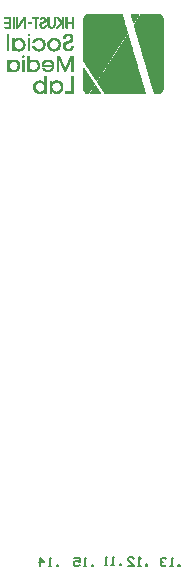
<source format=gbo>
G04*
G04 #@! TF.GenerationSoftware,Altium Limited,Altium Designer,18.0.9 (584)*
G04*
G04 Layer_Color=32896*
%FSLAX25Y25*%
%MOIN*%
G70*
G01*
G75*
%ADD16C,0.00551*%
%ADD87C,0.00051*%
D16*
X111024Y10138D02*
Y10597D01*
X110564D01*
Y10138D01*
X111024D01*
X108728D02*
X107809D01*
X108269D01*
Y12893D01*
X108728Y12434D01*
X105054Y10138D02*
Y12893D01*
X106432Y11515D01*
X104595D01*
X122736Y10236D02*
Y10695D01*
X122277D01*
Y10236D01*
X122736D01*
X120440D02*
X119522D01*
X119981D01*
Y12991D01*
X120440Y12532D01*
X116308Y12991D02*
X118145D01*
Y11614D01*
X117226Y12073D01*
X116767D01*
X116308Y11614D01*
Y10695D01*
X116767Y10236D01*
X117685D01*
X118145Y10695D01*
X131988Y10531D02*
Y10991D01*
X131529D01*
Y10531D01*
X131988D01*
X129692D02*
X128774D01*
X129233D01*
Y13286D01*
X129692Y12827D01*
X127397Y10531D02*
X126478D01*
X126937D01*
Y13286D01*
X127397Y12827D01*
X140748Y10335D02*
Y10794D01*
X140289D01*
Y10335D01*
X140748D01*
X138452D02*
X137534D01*
X137993D01*
Y13090D01*
X138452Y12630D01*
X134320Y10335D02*
X136156D01*
X134320Y12171D01*
Y12630D01*
X134779Y13090D01*
X135697D01*
X136156Y12630D01*
X151575Y10236D02*
Y10695D01*
X151116D01*
Y10236D01*
X151575D01*
X149279D02*
X148361D01*
X148820D01*
Y12991D01*
X149279Y12532D01*
X146983D02*
X146524Y12991D01*
X145606D01*
X145146Y12532D01*
Y12073D01*
X145606Y11614D01*
X146065D01*
X145606D01*
X145146Y11155D01*
Y10695D01*
X145606Y10236D01*
X146524D01*
X146983Y10695D01*
D87*
X120604Y167837D02*
X120876D01*
X121675D02*
X124854D01*
X126571D02*
X139797D01*
X142942D02*
X144489D01*
X120604Y167888D02*
X120876D01*
X121675D02*
X124854D01*
X126571D02*
X139797D01*
X142942D02*
X144489D01*
X104386Y167939D02*
X105066D01*
X109996D02*
X110676D01*
X120298D02*
X120978D01*
X121675D02*
X124854D01*
X126469D02*
X139848D01*
X142891D02*
X144795D01*
X104386Y167990D02*
X105066D01*
X109996D02*
X110676D01*
X120298D02*
X120978D01*
X121675D02*
X124854D01*
X126469D02*
X139848D01*
X142891D02*
X144795D01*
X103927Y168041D02*
X105474D01*
X106375D02*
X106851D01*
X108211D02*
X108687D01*
X109639D02*
X111135D01*
X113311D02*
X115878D01*
X120094D02*
X121029D01*
X121675D02*
X124854D01*
X126367D02*
X139848D01*
X142840D02*
X144999D01*
X103927Y168092D02*
X105474D01*
X106375D02*
X106851D01*
X108211D02*
X108687D01*
X109639D02*
X111135D01*
X113311D02*
X115878D01*
X120094D02*
X121029D01*
X121675D02*
X124854D01*
X126367D02*
X139848D01*
X142840D02*
X144999D01*
X103723Y168143D02*
X105678D01*
X106375D02*
X106851D01*
X108211D02*
X108687D01*
X109384D02*
X111339D01*
X113260D02*
X115878D01*
X119992D02*
X121080D01*
X121777D02*
X124803D01*
X126316D02*
X139797D01*
X142840D02*
X145152D01*
X103723Y168194D02*
X105678D01*
X106375D02*
X106851D01*
X108211D02*
X108687D01*
X109384D02*
X111339D01*
X113260D02*
X115878D01*
X119992D02*
X121080D01*
X121777D02*
X124803D01*
X126316D02*
X139797D01*
X142840D02*
X145152D01*
X103519Y168245D02*
X105831D01*
X106375D02*
X106851D01*
X108211D02*
X108687D01*
X109231D02*
X111543D01*
X113260D02*
X115878D01*
X119839D02*
X121182D01*
X121777D02*
X124701D01*
X126265D02*
X139797D01*
X142789D02*
X145254D01*
X103519Y168296D02*
X105831D01*
X106375D02*
X106851D01*
X108211D02*
X108687D01*
X109231D02*
X111543D01*
X113260D02*
X115878D01*
X119839D02*
X121182D01*
X121777D02*
X124701D01*
X126265D02*
X139797D01*
X142789D02*
X145254D01*
X103417Y168347D02*
X106035D01*
X106375D02*
X106851D01*
X108211D02*
X108687D01*
X109129D02*
X111645D01*
X113260D02*
X115878D01*
X119788D02*
X121233D01*
X121879D02*
X124650D01*
X126163D02*
X139797D01*
X142789D02*
X145356D01*
X103417Y168398D02*
X106035D01*
X106375D02*
X106851D01*
X108211D02*
X108687D01*
X109129D02*
X111645D01*
X113260D02*
X115878D01*
X119788D02*
X121233D01*
X121879D02*
X124650D01*
X126163D02*
X139797D01*
X142789D02*
X145356D01*
X103264Y168449D02*
X104352D01*
X105202D02*
X106137D01*
X106375D02*
X106851D01*
X108211D02*
X108687D01*
X109027D02*
X109860D01*
X110761D02*
X111798D01*
X113260D02*
X115878D01*
X119686D02*
X121335D01*
X121879D02*
X124599D01*
X126112D02*
X139695D01*
X142738D02*
X145458D01*
X103264Y168500D02*
X104352D01*
X105202D02*
X106137D01*
X106375D02*
X106851D01*
X108211D02*
X108687D01*
X109027D02*
X109860D01*
X110761D02*
X111798D01*
X113260D02*
X115878D01*
X119686D02*
X121335D01*
X121879D02*
X124599D01*
X126112D02*
X139695D01*
X142738D02*
X145458D01*
X103213Y168551D02*
X104148D01*
X105457D02*
X106137D01*
X106375D02*
X106851D01*
X108211D02*
X108687D01*
X108925D02*
X109605D01*
X110965D02*
X111849D01*
X113311D02*
X115878D01*
X119635D02*
X121335D01*
X121981D02*
X124548D01*
X126061D02*
X139695D01*
X142738D02*
X145560D01*
X103213Y168602D02*
X103995D01*
X105508D02*
X106239D01*
X106375D02*
X106851D01*
X108211D02*
X108687D01*
X108925D02*
X109554D01*
X111016D02*
X111900D01*
X115300D02*
X115878D01*
X119584D02*
X121437D01*
X122032D02*
X124497D01*
X126061D02*
X139695D01*
X142738D02*
X145560D01*
X103162Y168653D02*
X103893D01*
X105661D02*
X106239D01*
X106375D02*
X106851D01*
X108211D02*
X108687D01*
X108823D02*
X109401D01*
X111169D02*
X111951D01*
X115300D02*
X115878D01*
X119584D02*
X121437D01*
X122032D02*
X124497D01*
X126010D02*
X139695D01*
X142687D02*
X145560D01*
X103111Y168704D02*
X103893D01*
X105712D02*
X106239D01*
X106375D02*
X106851D01*
X108211D02*
X108687D01*
X108823D02*
X109401D01*
X111169D02*
X111951D01*
X115300D02*
X115878D01*
X119584D02*
X121437D01*
X122032D02*
X124395D01*
X125959D02*
X139695D01*
X142687D02*
X145662D01*
X103060Y168755D02*
X103791D01*
X105814D02*
X106851D01*
X108211D02*
X109299D01*
X111271D02*
X112002D01*
X115300D02*
X115878D01*
X119533D02*
X121539D01*
X122134D02*
X124395D01*
X125959D02*
X139695D01*
X142636D02*
X145662D01*
X103009Y168806D02*
X103689D01*
X105865D02*
X106851D01*
X108211D02*
X109248D01*
X111373D02*
X112053D01*
X115300D02*
X115878D01*
X119482D02*
X121539D01*
X122134D02*
X124395D01*
X125908D02*
X139593D01*
X142636D02*
X145662D01*
X103009Y168857D02*
X103689D01*
X105916D02*
X106851D01*
X108211D02*
X109197D01*
X111373D02*
X112053D01*
X115300D02*
X115878D01*
X119482D02*
X121539D01*
X122134D02*
X124293D01*
X125908D02*
X139593D01*
X142636D02*
X145662D01*
X102958Y168908D02*
X103587D01*
X105967D02*
X106851D01*
X108211D02*
X109095D01*
X111475D02*
X112104D01*
X115300D02*
X115878D01*
X119482D02*
X121641D01*
X122185D02*
X124293D01*
X125857D02*
X139593D01*
X142636D02*
X145764D01*
X102958Y168959D02*
X103587D01*
X106069D02*
X106851D01*
X108211D02*
X109095D01*
X111475D02*
X112155D01*
X115300D02*
X115878D01*
X119482D02*
X121641D01*
X122236D02*
X124293D01*
X125806D02*
X139593D01*
X142585D02*
X145764D01*
X102907Y169010D02*
X103485D01*
X106069D02*
X106851D01*
X108211D02*
X108993D01*
X111577D02*
X112155D01*
X115300D02*
X115878D01*
X119431D02*
X121641D01*
X122236D02*
X124191D01*
X125704D02*
X139593D01*
X142585D02*
X145764D01*
X102907Y169061D02*
X103485D01*
X106069D02*
X106851D01*
X108211D02*
X108993D01*
X111577D02*
X112206D01*
X115300D02*
X115878D01*
X119329D02*
X121641D01*
X122287D02*
X124191D01*
X125704D02*
X139593D01*
X142585D02*
X145764D01*
X102856Y169112D02*
X103485D01*
X106171D02*
X106851D01*
X108211D02*
X108993D01*
X111577D02*
X112206D01*
X115300D02*
X115878D01*
X119329D02*
X121743D01*
X122338D02*
X124191D01*
X125704D02*
X139593D01*
X142534D02*
X145764D01*
X102856Y169163D02*
X103485D01*
X106171D02*
X106851D01*
X108211D02*
X108993D01*
X111577D02*
X112206D01*
X115300D02*
X115878D01*
X119329D02*
X121743D01*
X122338D02*
X124191D01*
X125704D02*
X139593D01*
X142534D02*
X145764D01*
X102754Y169214D02*
X103332D01*
X106171D02*
X106851D01*
X108211D02*
X108891D01*
X111679D02*
X112257D01*
X115300D02*
X115878D01*
X119329D02*
X121743D01*
X122389D02*
X124089D01*
X125602D02*
X139491D01*
X142534D02*
X145866D01*
X102754Y169265D02*
X103332D01*
X106171D02*
X106851D01*
X108211D02*
X108891D01*
X111679D02*
X112257D01*
X115300D02*
X115878D01*
X119329D02*
X121743D01*
X122389D02*
X124089D01*
X125602D02*
X139491D01*
X142534D02*
X145866D01*
X102754Y169316D02*
X103332D01*
X106273D02*
X106851D01*
X108211D02*
X108789D01*
X111781D02*
X112257D01*
X115300D02*
X115878D01*
X119329D02*
X121845D01*
X122440D02*
X123987D01*
X125500D02*
X139491D01*
X142483D02*
X145866D01*
X102754Y169367D02*
X103332D01*
X106273D02*
X106851D01*
X108211D02*
X108789D01*
X111781D02*
X112257D01*
X115300D02*
X115878D01*
X119329D02*
X121845D01*
X122440D02*
X123987D01*
X125500D02*
X139491D01*
X142483D02*
X145866D01*
X102754Y169418D02*
X103281D01*
X106273D02*
X106851D01*
X108211D02*
X108789D01*
X111832D02*
X112308D01*
X115300D02*
X115878D01*
X119329D02*
X121947D01*
X122542D02*
X123987D01*
X125500D02*
X139491D01*
X142483D02*
X145866D01*
X102754Y169469D02*
X103281D01*
X106273D02*
X106851D01*
X108211D02*
X108789D01*
X111832D02*
X112308D01*
X115300D02*
X115878D01*
X119329D02*
X121947D01*
X122542D02*
X123987D01*
X125500D02*
X139491D01*
X142483D02*
X145866D01*
X102652Y169520D02*
X103230D01*
X106273D02*
X106851D01*
X108211D02*
X108789D01*
X111832D02*
X112410D01*
X115300D02*
X115878D01*
X119329D02*
X121998D01*
X122644D02*
X123885D01*
X125398D02*
X139389D01*
X142432D02*
X145866D01*
X102652Y169571D02*
X103230D01*
X106273D02*
X106851D01*
X108211D02*
X108789D01*
X111832D02*
X112410D01*
X115300D02*
X115878D01*
X119329D02*
X121998D01*
X122644D02*
X123885D01*
X125398D02*
X139389D01*
X142432D02*
X145866D01*
X102652Y169622D02*
X103230D01*
X106375D02*
X106851D01*
X108211D02*
X108687D01*
X111883D02*
X112410D01*
X115300D02*
X115878D01*
X119329D02*
X122049D01*
X122644D02*
X123783D01*
X125296D02*
X139389D01*
X142432D02*
X145866D01*
X102652Y169673D02*
X103230D01*
X106375D02*
X106851D01*
X108211D02*
X108687D01*
X111883D02*
X112410D01*
X115300D02*
X115878D01*
X119329D02*
X122049D01*
X122644D02*
X123783D01*
X125296D02*
X139389D01*
X142432D02*
X145866D01*
X102652Y169724D02*
X103179D01*
X106375D02*
X106851D01*
X108211D02*
X108687D01*
X111934D02*
X112410D01*
X115300D02*
X115878D01*
X119329D02*
X122151D01*
X122746D02*
X123732D01*
X125296D02*
X139389D01*
X142381D02*
X145866D01*
X102652Y169775D02*
X103179D01*
X106375D02*
X106851D01*
X108211D02*
X108687D01*
X111934D02*
X112410D01*
X115300D02*
X115878D01*
X119329D02*
X122151D01*
X122746D02*
X123732D01*
X125296D02*
X139389D01*
X142381D02*
X145866D01*
X102652Y169826D02*
X103179D01*
X106375D02*
X106851D01*
X108211D02*
X108687D01*
X111934D02*
X112410D01*
X115300D02*
X115878D01*
X119329D02*
X122151D01*
X122746D02*
X123681D01*
X125296D02*
X139389D01*
X142381D02*
X145866D01*
X102652Y169877D02*
X103179D01*
X106375D02*
X106851D01*
X108211D02*
X108687D01*
X111934D02*
X112410D01*
X115300D02*
X115878D01*
X119329D02*
X122202D01*
X122848D02*
X123630D01*
X125194D02*
X139389D01*
X142279D02*
X145866D01*
X102652Y169928D02*
X103179D01*
X106375D02*
X106851D01*
X108211D02*
X108687D01*
X111934D02*
X112410D01*
X115300D02*
X115878D01*
X119329D02*
X122253D01*
X122848D02*
X123630D01*
X125194D02*
X139287D01*
X142279D02*
X145866D01*
X102652Y169979D02*
X103128D01*
X106375D02*
X106851D01*
X108211D02*
X108687D01*
X111934D02*
X112410D01*
X115300D02*
X115878D01*
X119329D02*
X122253D01*
X122848D02*
X123579D01*
X125092D02*
X139287D01*
X142279D02*
X145866D01*
X102652Y170030D02*
X103128D01*
X106375D02*
X106851D01*
X108211D02*
X108687D01*
X111934D02*
X112410D01*
X115300D02*
X115878D01*
X119329D02*
X122304D01*
X122950D02*
X123528D01*
X125092D02*
X139287D01*
X142279D02*
X145866D01*
X102652Y170081D02*
X103128D01*
X106375D02*
X106851D01*
X108211D02*
X108687D01*
X111934D02*
X112410D01*
X115300D02*
X115878D01*
X119329D02*
X122355D01*
X122950D02*
X123528D01*
X125092D02*
X139287D01*
X142279D02*
X145866D01*
X102652Y170132D02*
X103179D01*
X106375D02*
X106851D01*
X108211D02*
X108687D01*
X111934D02*
X112410D01*
X115300D02*
X115878D01*
X119329D02*
X122355D01*
X122950D02*
X123477D01*
X125041D02*
X139287D01*
X142279D02*
X145866D01*
X102652Y170183D02*
X103179D01*
X106375D02*
X106851D01*
X108211D02*
X108687D01*
X111934D02*
X112410D01*
X115300D02*
X115878D01*
X119329D02*
X122406D01*
X123052D02*
X123426D01*
X124990D02*
X139287D01*
X142279D02*
X145866D01*
X102652Y170234D02*
X103179D01*
X106375D02*
X106851D01*
X108211D02*
X108687D01*
X111934D02*
X112410D01*
X115300D02*
X115878D01*
X119329D02*
X122406D01*
X123052D02*
X123426D01*
X124990D02*
X139287D01*
X142177D02*
X145866D01*
X102652Y170285D02*
X103179D01*
X106375D02*
X106851D01*
X108211D02*
X108687D01*
X111934D02*
X112410D01*
X115300D02*
X115878D01*
X119329D02*
X122457D01*
X123052D02*
X123375D01*
X124939D02*
X139185D01*
X142177D02*
X145866D01*
X102652Y170336D02*
X103179D01*
X106375D02*
X106851D01*
X108211D02*
X108687D01*
X111883D02*
X112410D01*
X115300D02*
X115878D01*
X119329D02*
X122457D01*
X123154D02*
X123324D01*
X124888D02*
X139185D01*
X142177D02*
X145866D01*
X102652Y170387D02*
X103230D01*
X106375D02*
X106851D01*
X108211D02*
X108687D01*
X111883D02*
X112410D01*
X115300D02*
X115878D01*
X119329D02*
X122508D01*
X123154D02*
X123324D01*
X124888D02*
X139185D01*
X142177D02*
X145866D01*
X102652Y170438D02*
X103230D01*
X106375D02*
X106851D01*
X108211D02*
X108687D01*
X111883D02*
X112410D01*
X115300D02*
X115878D01*
X119329D02*
X122508D01*
X123154D02*
X123324D01*
X124888D02*
X139185D01*
X142177D02*
X145866D01*
X102652Y170489D02*
X103230D01*
X106273D02*
X106851D01*
X108211D02*
X108789D01*
X111832D02*
X112410D01*
X115300D02*
X115878D01*
X119329D02*
X122610D01*
X124786D02*
X139185D01*
X142177D02*
X145866D01*
X102652Y170540D02*
X103230D01*
X106273D02*
X106851D01*
X108211D02*
X108789D01*
X111832D02*
X112410D01*
X115300D02*
X115878D01*
X119329D02*
X122610D01*
X124786D02*
X139185D01*
X142177D02*
X145866D01*
X102754Y170591D02*
X103281D01*
X106273D02*
X106851D01*
X108211D02*
X108789D01*
X111832D02*
X112308D01*
X115300D02*
X115878D01*
X119329D02*
X122712D01*
X124735D02*
X139185D01*
X142075D02*
X145866D01*
X102754Y170642D02*
X103281D01*
X106273D02*
X106851D01*
X108211D02*
X108789D01*
X111832D02*
X112308D01*
X115300D02*
X115878D01*
X119329D02*
X122712D01*
X124735D02*
X139185D01*
X142075D02*
X145866D01*
X102754Y170693D02*
X103332D01*
X106273D02*
X106851D01*
X108211D02*
X108789D01*
X111781D02*
X112257D01*
X115300D02*
X115878D01*
X119329D02*
X122712D01*
X124684D02*
X139083D01*
X142075D02*
X145866D01*
X102754Y170744D02*
X103332D01*
X106273D02*
X106851D01*
X108211D02*
X108789D01*
X111781D02*
X112257D01*
X115300D02*
X115878D01*
X119329D02*
X122712D01*
X124684D02*
X139083D01*
X142075D02*
X145866D01*
X102754Y170795D02*
X103332D01*
X106171D02*
X106851D01*
X108211D02*
X108891D01*
X111679D02*
X112257D01*
X115300D02*
X115878D01*
X119329D02*
X122814D01*
X124582D02*
X139032D01*
X142075D02*
X145866D01*
X102754Y170846D02*
X103332D01*
X106171D02*
X106851D01*
X108211D02*
X108891D01*
X111679D02*
X112257D01*
X115300D02*
X115878D01*
X119329D02*
X122814D01*
X124582D02*
X139032D01*
X142075D02*
X145866D01*
X102856Y170897D02*
X103485D01*
X106171D02*
X106851D01*
X108211D02*
X108993D01*
X111577D02*
X112206D01*
X115300D02*
X115878D01*
X119329D02*
X122814D01*
X124531D02*
X139032D01*
X141973D02*
X145866D01*
X102856Y170948D02*
X103485D01*
X106171D02*
X106851D01*
X108211D02*
X108993D01*
X111577D02*
X112206D01*
X115300D02*
X115878D01*
X119329D02*
X122814D01*
X124531D02*
X139032D01*
X141973D02*
X145866D01*
X102907Y170999D02*
X103587D01*
X106069D02*
X106851D01*
X108211D02*
X108993D01*
X111577D02*
X112155D01*
X115300D02*
X115878D01*
X119329D02*
X122814D01*
X124429D02*
X138981D01*
X141973D02*
X145866D01*
X102907Y171050D02*
X103587D01*
X106069D02*
X106851D01*
X108211D02*
X108993D01*
X111577D02*
X112155D01*
X115300D02*
X115878D01*
X119329D02*
X122814D01*
X124429D02*
X138981D01*
X141973D02*
X145866D01*
X102958Y171101D02*
X103587D01*
X105967D02*
X106851D01*
X108211D02*
X109095D01*
X111475D02*
X112155D01*
X115300D02*
X115878D01*
X119329D02*
X122814D01*
X124429D02*
X138981D01*
X141973D02*
X145866D01*
X102958Y171152D02*
X103587D01*
X105967D02*
X106851D01*
X108211D02*
X109095D01*
X111475D02*
X112104D01*
X115300D02*
X115878D01*
X119329D02*
X122814D01*
X124327D02*
X138930D01*
X141973D02*
X145866D01*
X103009Y171203D02*
X103689D01*
X105916D02*
X106851D01*
X108211D02*
X109197D01*
X111373D02*
X112053D01*
X115300D02*
X115878D01*
X119329D02*
X122814D01*
X124327D02*
X138930D01*
X141973D02*
X145866D01*
X103009Y171254D02*
X103791D01*
X105814D02*
X106851D01*
X108211D02*
X109248D01*
X111373D02*
X112053D01*
X115300D02*
X115878D01*
X119329D02*
X122712D01*
X124327D02*
X138930D01*
X141973D02*
X145866D01*
X103060Y171305D02*
X103791D01*
X105763D02*
X106851D01*
X108211D02*
X109299D01*
X111271D02*
X112002D01*
X115300D02*
X115878D01*
X119329D02*
X122712D01*
X124225D02*
X138930D01*
X141871D02*
X145866D01*
X103111Y171356D02*
X103893D01*
X105661D02*
X106239D01*
X106375D02*
X106851D01*
X108211D02*
X108687D01*
X108823D02*
X109401D01*
X111169D02*
X111951D01*
X115300D02*
X115878D01*
X119329D02*
X122712D01*
X124225D02*
X138879D01*
X141871D02*
X145866D01*
X103162Y171407D02*
X103893D01*
X105661D02*
X106137D01*
X106375D02*
X106851D01*
X108211D02*
X108687D01*
X108823D02*
X109452D01*
X111169D02*
X111900D01*
X115300D02*
X115878D01*
X119329D02*
X122610D01*
X124225D02*
X138879D01*
X141871D02*
X145866D01*
X103213Y171458D02*
X104097D01*
X105508D02*
X106137D01*
X106375D02*
X106851D01*
X108211D02*
X108687D01*
X108925D02*
X109554D01*
X111016D02*
X111849D01*
X115300D02*
X115878D01*
X119329D02*
X122610D01*
X124123D02*
X138879D01*
X141871D02*
X145866D01*
X103264Y171509D02*
X104148D01*
X105406D02*
X106137D01*
X106375D02*
X106851D01*
X108211D02*
X108687D01*
X108925D02*
X109656D01*
X110914D02*
X111849D01*
X115300D02*
X115878D01*
X119329D02*
X122610D01*
X124123D02*
X138828D01*
X141871D02*
X145866D01*
X103315Y171560D02*
X104352D01*
X105202D02*
X106035D01*
X106375D02*
X106851D01*
X108211D02*
X108687D01*
X109027D02*
X109860D01*
X110710D02*
X111798D01*
X115300D02*
X115878D01*
X119329D02*
X122508D01*
X124123D02*
X138828D01*
X141871D02*
X145866D01*
X103366Y171611D02*
X104556D01*
X104998D02*
X106035D01*
X106375D02*
X106851D01*
X108211D02*
X108687D01*
X109027D02*
X110064D01*
X110506D02*
X111645D01*
X115300D02*
X115878D01*
X119329D02*
X122457D01*
X124123D02*
X138828D01*
X141871D02*
X145866D01*
X103417Y171662D02*
X105933D01*
X106375D02*
X106851D01*
X108211D02*
X108687D01*
X109129D02*
X111645D01*
X115300D02*
X115878D01*
X119329D02*
X122457D01*
X124021D02*
X138828D01*
X141769D02*
X145866D01*
X103417Y171713D02*
X105933D01*
X106375D02*
X106851D01*
X108211D02*
X108687D01*
X109129D02*
X111645D01*
X115300D02*
X115878D01*
X119329D02*
X122457D01*
X124021D02*
X138828D01*
X141769D02*
X145866D01*
X103519Y171764D02*
X105780D01*
X106375D02*
X106851D01*
X108211D02*
X108687D01*
X109282D02*
X111543D01*
X115300D02*
X115878D01*
X119329D02*
X122355D01*
X124021D02*
X138777D01*
X141769D02*
X145866D01*
X103519Y171815D02*
X105780D01*
X106375D02*
X106851D01*
X108211D02*
X108687D01*
X109282D02*
X111543D01*
X115300D02*
X115878D01*
X119329D02*
X122355D01*
X124021D02*
X138777D01*
X141769D02*
X145866D01*
X103723Y171866D02*
X105627D01*
X106375D02*
X106851D01*
X108211D02*
X108687D01*
X109435D02*
X111339D01*
X115300D02*
X115878D01*
X119329D02*
X122304D01*
X124123D02*
X138726D01*
X141769D02*
X145866D01*
X103723Y171917D02*
X105627D01*
X106375D02*
X106851D01*
X108211D02*
X108687D01*
X109435D02*
X111339D01*
X115300D02*
X115878D01*
X119329D02*
X122304D01*
X124123D02*
X138726D01*
X141769D02*
X145866D01*
X104029Y171968D02*
X105372D01*
X106375D02*
X106851D01*
X108211D02*
X108687D01*
X109639D02*
X111033D01*
X115300D02*
X115878D01*
X119329D02*
X122253D01*
X124123D02*
X138726D01*
X141769D02*
X145866D01*
X104029Y172019D02*
X105372D01*
X106375D02*
X106851D01*
X108211D02*
X108687D01*
X109639D02*
X111033D01*
X115300D02*
X115878D01*
X119329D02*
X122253D01*
X124123D02*
X138726D01*
X141769D02*
X145866D01*
X104488Y172070D02*
X104964D01*
X106375D02*
X106851D01*
X110098D02*
X110574D01*
X115300D02*
X115878D01*
X119329D02*
X122151D01*
X124225D02*
X138675D01*
X141667D02*
X145866D01*
X104488Y172121D02*
X104964D01*
X106375D02*
X106851D01*
X110098D02*
X110574D01*
X115300D02*
X115878D01*
X119329D02*
X122151D01*
X124225D02*
X138675D01*
X141667D02*
X145866D01*
X106375Y172172D02*
X106851D01*
X115300D02*
X115878D01*
X119329D02*
X122100D01*
X124327D02*
X138624D01*
X141667D02*
X145866D01*
X106375Y172223D02*
X106851D01*
X115300D02*
X115878D01*
X119329D02*
X122100D01*
X124327D02*
X138624D01*
X141667D02*
X145866D01*
X106375Y172274D02*
X106851D01*
X115300D02*
X115878D01*
X119329D02*
X122049D01*
X123613D02*
X123732D01*
X124327D02*
X138624D01*
X141616D02*
X145866D01*
X106375Y172325D02*
X106851D01*
X115300D02*
X115878D01*
X119329D02*
X122049D01*
X123613D02*
X123732D01*
X124327D02*
X138624D01*
X141616D02*
X145866D01*
X106375Y172376D02*
X106851D01*
X115300D02*
X115878D01*
X119329D02*
X121998D01*
X123562D02*
X123783D01*
X124429D02*
X138624D01*
X141616D02*
X145866D01*
X106375Y172427D02*
X106851D01*
X115300D02*
X115878D01*
X119329D02*
X121947D01*
X123511D02*
X123885D01*
X124429D02*
X138624D01*
X141565D02*
X145866D01*
X106375Y172478D02*
X106851D01*
X115300D02*
X115878D01*
X119329D02*
X121947D01*
X123511D02*
X123885D01*
X124429D02*
X138573D01*
X141565D02*
X145866D01*
X106375Y172529D02*
X106851D01*
X115300D02*
X115878D01*
X119329D02*
X121845D01*
X123460D02*
X123885D01*
X124531D02*
X138573D01*
X141565D02*
X145866D01*
X106375Y172580D02*
X106851D01*
X115300D02*
X115878D01*
X119329D02*
X121845D01*
X123409D02*
X123885D01*
X124582D02*
X138522D01*
X141565D02*
X145866D01*
X106375Y172631D02*
X106851D01*
X115300D02*
X115878D01*
X119329D02*
X121845D01*
X123409D02*
X123987D01*
X124582D02*
X138522D01*
X141514D02*
X145866D01*
X106375Y172682D02*
X106851D01*
X115300D02*
X115878D01*
X119329D02*
X121743D01*
X123358D02*
X123987D01*
X124633D02*
X138522D01*
X141514D02*
X145866D01*
X106375Y172733D02*
X106851D01*
X115300D02*
X115878D01*
X119329D02*
X121743D01*
X123307D02*
X123987D01*
X124684D02*
X138522D01*
X141463D02*
X145866D01*
X106375Y172784D02*
X106851D01*
X115300D02*
X115878D01*
X119329D02*
X121743D01*
X123307D02*
X124089D01*
X124684D02*
X138522D01*
X141463D02*
X145866D01*
X106375Y172835D02*
X106851D01*
X115300D02*
X115878D01*
X119329D02*
X121641D01*
X123256D02*
X124089D01*
X124735D02*
X138420D01*
X141463D02*
X145866D01*
X106375Y172886D02*
X106851D01*
X115300D02*
X115878D01*
X119329D02*
X121641D01*
X123154D02*
X124089D01*
X124786D02*
X138420D01*
X141463D02*
X145866D01*
X106375Y172937D02*
X106851D01*
X115300D02*
X115878D01*
X119329D02*
X121641D01*
X123154D02*
X124191D01*
X124786D02*
X138420D01*
X141463D02*
X145866D01*
X106375Y172988D02*
X106851D01*
X115300D02*
X115878D01*
X119329D02*
X121641D01*
X123154D02*
X124191D01*
X124786D02*
X138420D01*
X141463D02*
X145866D01*
X106375Y173039D02*
X106851D01*
X115300D02*
X115878D01*
X119329D02*
X121539D01*
X123052D02*
X124191D01*
X124888D02*
X138420D01*
X141412D02*
X145866D01*
X106375Y173090D02*
X106851D01*
X115300D02*
X115878D01*
X119329D02*
X121539D01*
X123052D02*
X124191D01*
X124888D02*
X138420D01*
X141412D02*
X145866D01*
X106375Y173141D02*
X106851D01*
X115300D02*
X115878D01*
X119329D02*
X121437D01*
X123052D02*
X124293D01*
X124888D02*
X138318D01*
X141361D02*
X145866D01*
X106375Y173192D02*
X106851D01*
X115300D02*
X115878D01*
X119329D02*
X121437D01*
X123052D02*
X124293D01*
X124888D02*
X138318D01*
X141361D02*
X145866D01*
X106375Y173243D02*
X106851D01*
X115300D02*
X115878D01*
X119329D02*
X121437D01*
X122950D02*
X124395D01*
X124990D02*
X138318D01*
X141361D02*
X145866D01*
X106375Y173294D02*
X106851D01*
X115300D02*
X115878D01*
X119329D02*
X121437D01*
X122950D02*
X124395D01*
X124990D02*
X138318D01*
X141361D02*
X145866D01*
X106375Y173345D02*
X106851D01*
X115300D02*
X115878D01*
X119329D02*
X121335D01*
X122848D02*
X124395D01*
X125092D02*
X138318D01*
X141310D02*
X145866D01*
X106375Y173396D02*
X106851D01*
X115300D02*
X115878D01*
X119329D02*
X121335D01*
X122848D02*
X124395D01*
X125092D02*
X138318D01*
X141310D02*
X145866D01*
X106375Y173447D02*
X106851D01*
X115402D02*
X115878D01*
X119329D02*
X121233D01*
X122848D02*
X124497D01*
X125092D02*
X138318D01*
X141259D02*
X145866D01*
X106375Y173498D02*
X106851D01*
X115402D02*
X115878D01*
X119329D02*
X121233D01*
X122848D02*
X124497D01*
X125092D02*
X138318D01*
X141259D02*
X145866D01*
X119329Y173549D02*
X121182D01*
X122746D02*
X124599D01*
X125194D02*
X138216D01*
X141259D02*
X145866D01*
X119329Y173600D02*
X121182D01*
X122746D02*
X124599D01*
X125194D02*
X138216D01*
X141259D02*
X145866D01*
X119329Y173651D02*
X121131D01*
X122746D02*
X124599D01*
X125296D02*
X138216D01*
X141259D02*
X145866D01*
X119329Y173702D02*
X121080D01*
X122644D02*
X124650D01*
X125296D02*
X138216D01*
X141208D02*
X145866D01*
X119329Y173753D02*
X121080D01*
X122644D02*
X124650D01*
X125296D02*
X138216D01*
X141208D02*
X145866D01*
X119329Y173804D02*
X121029D01*
X122644D02*
X124701D01*
X125296D02*
X138216D01*
X141208D02*
X145866D01*
X119329Y173855D02*
X120978D01*
X122542D02*
X124701D01*
X125398D02*
X138216D01*
X141157D02*
X145866D01*
X119329Y173906D02*
X120978D01*
X122542D02*
X124752D01*
X125398D02*
X138114D01*
X141157D02*
X145866D01*
X119329Y173957D02*
X120927D01*
X122491D02*
X124803D01*
X125398D02*
X138114D01*
X141157D02*
X145866D01*
X119329Y174008D02*
X120876D01*
X122440D02*
X124803D01*
X125500D02*
X138114D01*
X141157D02*
X145866D01*
X119329Y174059D02*
X120876D01*
X122440D02*
X124854D01*
X125500D02*
X138114D01*
X141106D02*
X145866D01*
X119329Y174110D02*
X120825D01*
X122389D02*
X124905D01*
X125500D02*
X138114D01*
X141106D02*
X145866D01*
X119329Y174161D02*
X120774D01*
X122338D02*
X124905D01*
X125602D02*
X138114D01*
X141106D02*
X145866D01*
X119329Y174212D02*
X120774D01*
X122338D02*
X124956D01*
X125602D02*
X138114D01*
X141004D02*
X145866D01*
X119329Y174263D02*
X120774D01*
X122338D02*
X124956D01*
X125602D02*
X138114D01*
X141004D02*
X145866D01*
X119329Y174314D02*
X120672D01*
X122236D02*
X125007D01*
X125704D02*
X138012D01*
X141004D02*
X145866D01*
X119329Y174365D02*
X120672D01*
X122236D02*
X125007D01*
X125704D02*
X138012D01*
X141004D02*
X145866D01*
X119329Y174416D02*
X120570D01*
X122185D02*
X125160D01*
X125704D02*
X138012D01*
X141004D02*
X145866D01*
X119329Y174467D02*
X120570D01*
X122185D02*
X125160D01*
X125704D02*
X138012D01*
X141004D02*
X145866D01*
X119329Y174518D02*
X120570D01*
X122134D02*
X125160D01*
X125857D02*
X138012D01*
X140902D02*
X145866D01*
X119329Y174569D02*
X120570D01*
X122134D02*
X125160D01*
X125857D02*
X138012D01*
X140902D02*
X145866D01*
X119329Y174620D02*
X120468D01*
X122032D02*
X125262D01*
X125908D02*
X137910D01*
X140902D02*
X145866D01*
X119329Y174671D02*
X120468D01*
X122032D02*
X125262D01*
X125908D02*
X137910D01*
X140902D02*
X145866D01*
X119329Y174722D02*
X120366D01*
X121981D02*
X125364D01*
X125959D02*
X137910D01*
X140902D02*
X145866D01*
X119329Y174773D02*
X120366D01*
X121981D02*
X125364D01*
X125959D02*
X137910D01*
X140902D02*
X145866D01*
X119329Y174824D02*
X120366D01*
X121879D02*
X125364D01*
X126061D02*
X137910D01*
X140902D02*
X145866D01*
X119329Y174875D02*
X120366D01*
X121879D02*
X125364D01*
X126061D02*
X137910D01*
X140902D02*
X145866D01*
X119329Y174926D02*
X120264D01*
X121879D02*
X125364D01*
X126061D02*
X137910D01*
X140800D02*
X145866D01*
X119329Y174977D02*
X120264D01*
X121777D02*
X125466D01*
X126112D02*
X137808D01*
X140800D02*
X145866D01*
X119329Y175028D02*
X120264D01*
X121777D02*
X125466D01*
X126163D02*
X137808D01*
X140800D02*
X145866D01*
X119329Y175079D02*
X120162D01*
X121777D02*
X125466D01*
X126163D02*
X137757D01*
X140800D02*
X145866D01*
X119329Y175130D02*
X120162D01*
X121675D02*
X125568D01*
X126214D02*
X137757D01*
X140800D02*
X145866D01*
X95716Y175181D02*
X96447D01*
X102346D02*
X103077D01*
X107089D02*
X107820D01*
X119329D02*
X120162D01*
X121675D02*
X125568D01*
X126265D02*
X137757D01*
X140800D02*
X145866D01*
X95563Y175232D02*
X96651D01*
X102142D02*
X103230D01*
X106936D02*
X108024D01*
X119329D02*
X120060D01*
X121675D02*
X125568D01*
X126265D02*
X137757D01*
X140800D02*
X145866D01*
X94084Y175283D02*
X94560D01*
X95359D02*
X96855D01*
X99031D02*
X99507D01*
X100663D02*
X101139D01*
X101938D02*
X103485D01*
X106732D02*
X108228D01*
X110506D02*
X110982D01*
X113056D02*
X113379D01*
X115402D02*
X115878D01*
X119329D02*
X120060D01*
X121573D02*
X125670D01*
X126316D02*
X137757D01*
X140698D02*
X145866D01*
X94084Y175334D02*
X94560D01*
X95257D02*
X96906D01*
X99031D02*
X99507D01*
X100663D02*
X101139D01*
X101836D02*
X103587D01*
X106579D02*
X108330D01*
X110506D02*
X110982D01*
X112954D02*
X113430D01*
X115402D02*
X115878D01*
X119329D02*
X120060D01*
X121573D02*
X125670D01*
X126367D02*
X137706D01*
X140698D02*
X145866D01*
X94084Y175385D02*
X94560D01*
X95104D02*
X97110D01*
X99031D02*
X99507D01*
X100663D02*
X101139D01*
X101734D02*
X103689D01*
X106477D02*
X108432D01*
X110506D02*
X110982D01*
X112954D02*
X113430D01*
X115402D02*
X115878D01*
X119329D02*
X119958D01*
X121573D02*
X125670D01*
X126367D02*
X137706D01*
X140698D02*
X145866D01*
X94084Y175436D02*
X94560D01*
X95104D02*
X97110D01*
X99031D02*
X99507D01*
X100663D02*
X101139D01*
X101683D02*
X103689D01*
X106477D02*
X108585D01*
X110506D02*
X110982D01*
X112954D02*
X113430D01*
X115402D02*
X115878D01*
X119329D02*
X119907D01*
X121573D02*
X125772D01*
X126469D02*
X137655D01*
X140698D02*
X145866D01*
X94084Y175487D02*
X94560D01*
X95002D02*
X97212D01*
X99031D02*
X99507D01*
X100663D02*
X101139D01*
X101581D02*
X103791D01*
X106273D02*
X108687D01*
X110506D02*
X110982D01*
X112954D02*
X113481D01*
X115402D02*
X115878D01*
X119329D02*
X119907D01*
X121471D02*
X125772D01*
X126469D02*
X137655D01*
X140698D02*
X145866D01*
X94084Y175538D02*
X94560D01*
X95002D02*
X97212D01*
X99031D02*
X99507D01*
X100663D02*
X101139D01*
X101581D02*
X103791D01*
X106273D02*
X108687D01*
X110506D02*
X110982D01*
X112954D02*
X113481D01*
X115402D02*
X115878D01*
X119329D02*
X119907D01*
X121471D02*
X125772D01*
X126469D02*
X137655D01*
X140698D02*
X145866D01*
X94084Y175589D02*
X94560D01*
X94900D02*
X97314D01*
X99031D02*
X99507D01*
X100663D02*
X101139D01*
X101479D02*
X103995D01*
X106171D02*
X107157D01*
X107752D02*
X108789D01*
X110506D02*
X110982D01*
X112852D02*
X113532D01*
X115402D02*
X115878D01*
X119329D02*
X119805D01*
X121369D02*
X125874D01*
X126469D02*
X137655D01*
X140698D02*
X145866D01*
X94084Y175640D02*
X94560D01*
X94900D02*
X97314D01*
X99031D02*
X99507D01*
X100663D02*
X101139D01*
X101479D02*
X103995D01*
X106171D02*
X107157D01*
X107752D02*
X108789D01*
X110506D02*
X110982D01*
X112852D02*
X113532D01*
X115402D02*
X115878D01*
X119329D02*
X119805D01*
X121369D02*
X125874D01*
X126469D02*
X137655D01*
X140698D02*
X145866D01*
X94084Y175691D02*
X94560D01*
X94798D02*
X95478D01*
X96583D02*
X97518D01*
X99031D02*
X99507D01*
X100663D02*
X101139D01*
X101377D02*
X102057D01*
X103162D02*
X104097D01*
X106069D02*
X106851D01*
X108109D02*
X108891D01*
X110506D02*
X110982D01*
X112852D02*
X113532D01*
X115402D02*
X115878D01*
X119329D02*
X119754D01*
X121369D02*
X125925D01*
X126571D02*
X137604D01*
X140596D02*
X145866D01*
X94084Y175742D02*
X94560D01*
X94798D02*
X95478D01*
X96583D02*
X97518D01*
X99031D02*
X99507D01*
X100663D02*
X101139D01*
X101377D02*
X102057D01*
X103162D02*
X104097D01*
X106069D02*
X106851D01*
X108109D02*
X108891D01*
X110506D02*
X110982D01*
X112852D02*
X113532D01*
X115402D02*
X115878D01*
X119329D02*
X119754D01*
X121369D02*
X125925D01*
X126571D02*
X137604D01*
X140596D02*
X145866D01*
X94084Y175793D02*
X94560D01*
X94696D02*
X95274D01*
X96838D02*
X97518D01*
X99031D02*
X99507D01*
X100663D02*
X101139D01*
X101275D02*
X101853D01*
X103417D02*
X104199D01*
X105967D02*
X106647D01*
X108313D02*
X108993D01*
X110506D02*
X110982D01*
X112750D02*
X113685D01*
X115402D02*
X115878D01*
X119329D02*
X119703D01*
X121267D02*
X125976D01*
X126673D02*
X137553D01*
X140596D02*
X145866D01*
X94084Y175844D02*
X94560D01*
X94696D02*
X95274D01*
X96838D02*
X97518D01*
X99031D02*
X99507D01*
X100663D02*
X101139D01*
X101275D02*
X101853D01*
X103417D02*
X104199D01*
X105967D02*
X106647D01*
X108313D02*
X108993D01*
X110506D02*
X110982D01*
X112750D02*
X113685D01*
X115402D02*
X115878D01*
X119329D02*
X119703D01*
X121267D02*
X125976D01*
X126673D02*
X137553D01*
X140596D02*
X145866D01*
X94084Y175895D02*
X95070D01*
X96940D02*
X97620D01*
X99031D02*
X99507D01*
X100663D02*
X101700D01*
X103621D02*
X104250D01*
X105865D02*
X106443D01*
X108415D02*
X109095D01*
X110506D02*
X110982D01*
X112750D02*
X113685D01*
X115402D02*
X115878D01*
X119329D02*
X119601D01*
X121165D02*
X126078D01*
X126673D02*
X137553D01*
X140596D02*
X145866D01*
X94084Y175946D02*
X95070D01*
X96940D02*
X97620D01*
X99031D02*
X99507D01*
X100663D02*
X101700D01*
X103621D02*
X104250D01*
X105865D02*
X106443D01*
X108415D02*
X109095D01*
X110506D02*
X110982D01*
X112750D02*
X113685D01*
X115402D02*
X115878D01*
X119329D02*
X119601D01*
X121165D02*
X126078D01*
X126673D02*
X137553D01*
X140596D02*
X145866D01*
X94084Y175997D02*
X94968D01*
X97144D02*
X97722D01*
X99031D02*
X99507D01*
X100663D02*
X101547D01*
X103723D02*
X104301D01*
X105814D02*
X106341D01*
X108619D02*
X109095D01*
X110506D02*
X110982D01*
X112648D02*
X113685D01*
X115402D02*
X115878D01*
X119329D02*
X119550D01*
X121165D02*
X126129D01*
X126775D02*
X137502D01*
X140494D02*
X145866D01*
X94084Y176048D02*
X94968D01*
X97144D02*
X97722D01*
X99031D02*
X99507D01*
X100663D02*
X101547D01*
X103723D02*
X104301D01*
X105814D02*
X106341D01*
X108619D02*
X109095D01*
X110506D02*
X110982D01*
X112648D02*
X113685D01*
X115402D02*
X115878D01*
X119329D02*
X119550D01*
X121165D02*
X126129D01*
X126775D02*
X137502D01*
X140494D02*
X145866D01*
X94084Y176099D02*
X94866D01*
X97246D02*
X97773D01*
X99031D02*
X99507D01*
X100663D02*
X101445D01*
X103825D02*
X104403D01*
X105763D02*
X106341D01*
X108619D02*
X109197D01*
X110506D02*
X110982D01*
X112648D02*
X113787D01*
X115402D02*
X115878D01*
X119329D02*
X119499D01*
X121063D02*
X126180D01*
X126877D02*
X137451D01*
X140494D02*
X145866D01*
X94084Y176150D02*
X94866D01*
X97246D02*
X97773D01*
X99031D02*
X99507D01*
X100663D02*
X101445D01*
X103825D02*
X104403D01*
X105763D02*
X106341D01*
X108619D02*
X109197D01*
X110506D02*
X110982D01*
X112648D02*
X113787D01*
X115402D02*
X115878D01*
X119329D02*
X119499D01*
X121063D02*
X126180D01*
X126877D02*
X137451D01*
X140494D02*
X145866D01*
X94084Y176201D02*
X94764D01*
X97246D02*
X97824D01*
X99031D02*
X99507D01*
X100663D02*
X101343D01*
X103825D02*
X104403D01*
X108721D02*
X109197D01*
X110506D02*
X110982D01*
X112648D02*
X113175D01*
X113260D02*
X113787D01*
X115402D02*
X115878D01*
X119329D02*
X119448D01*
X121063D02*
X126231D01*
X126877D02*
X137451D01*
X140494D02*
X145866D01*
X94084Y176252D02*
X94764D01*
X97246D02*
X97824D01*
X99031D02*
X99507D01*
X100663D02*
X101343D01*
X103825D02*
X104403D01*
X108721D02*
X109248D01*
X110506D02*
X110982D01*
X112648D02*
X113124D01*
X113311D02*
X113787D01*
X115402D02*
X115878D01*
X119329D02*
X119397D01*
X121012D02*
X126282D01*
X126877D02*
X137451D01*
X140494D02*
X145866D01*
X94084Y176303D02*
X94764D01*
X97348D02*
X97824D01*
X99031D02*
X99507D01*
X100663D02*
X101343D01*
X103927D02*
X104454D01*
X108823D02*
X109299D01*
X110506D02*
X110982D01*
X112546D02*
X113073D01*
X113311D02*
X113889D01*
X115402D02*
X115878D01*
X120961D02*
X126282D01*
X126979D02*
X137451D01*
X140494D02*
X145866D01*
X94084Y176354D02*
X94764D01*
X97348D02*
X97875D01*
X99031D02*
X99507D01*
X100663D02*
X101343D01*
X103927D02*
X104454D01*
X108823D02*
X109299D01*
X110506D02*
X110982D01*
X112546D02*
X113073D01*
X113362D02*
X113889D01*
X115402D02*
X115878D01*
X120961D02*
X126282D01*
X126979D02*
X137451D01*
X140392D02*
X145866D01*
X94084Y176405D02*
X94662D01*
X97348D02*
X97926D01*
X99031D02*
X99507D01*
X100663D02*
X101241D01*
X103927D02*
X104505D01*
X108823D02*
X109299D01*
X110506D02*
X110982D01*
X112546D02*
X113022D01*
X113362D02*
X113889D01*
X115402D02*
X115878D01*
X120910D02*
X126333D01*
X126979D02*
X137400D01*
X140392D02*
X145866D01*
X94084Y176456D02*
X94662D01*
X97348D02*
X97926D01*
X99031D02*
X99507D01*
X100663D02*
X101241D01*
X104029D02*
X104505D01*
X108823D02*
X109350D01*
X110506D02*
X110982D01*
X112546D02*
X113022D01*
X113413D02*
X113889D01*
X115402D02*
X115878D01*
X120859D02*
X126435D01*
X127081D02*
X137400D01*
X140392D02*
X145866D01*
X94084Y176507D02*
X94662D01*
X97450D02*
X97926D01*
X99031D02*
X99507D01*
X100663D02*
X101241D01*
X104029D02*
X104505D01*
X108925D02*
X109350D01*
X110506D02*
X110982D01*
X112444D02*
X113022D01*
X113413D02*
X113889D01*
X115402D02*
X115878D01*
X120859D02*
X126435D01*
X127132D02*
X137349D01*
X140392D02*
X145866D01*
X94084Y176558D02*
X94662D01*
X97450D02*
X97926D01*
X99031D02*
X99507D01*
X100663D02*
X101241D01*
X104029D02*
X104505D01*
X108925D02*
X109350D01*
X110506D02*
X110982D01*
X112444D02*
X112920D01*
X113413D02*
X113991D01*
X115402D02*
X115878D01*
X120808D02*
X126435D01*
X127132D02*
X137349D01*
X140392D02*
X145866D01*
X94084Y176609D02*
X94560D01*
X97450D02*
X97926D01*
X99031D02*
X99507D01*
X100663D02*
X101139D01*
X104029D02*
X104556D01*
X108925D02*
X109401D01*
X110506D02*
X110982D01*
X112444D02*
X112920D01*
X113464D02*
X113991D01*
X115402D02*
X115878D01*
X120757D02*
X126537D01*
X127183D02*
X137349D01*
X140341D02*
X145866D01*
X94084Y176660D02*
X94560D01*
X97450D02*
X97977D01*
X99031D02*
X99507D01*
X100663D02*
X101139D01*
X104029D02*
X104556D01*
X108925D02*
X109401D01*
X110506D02*
X110982D01*
X112444D02*
X112920D01*
X113515D02*
X113991D01*
X115402D02*
X115878D01*
X120757D02*
X126537D01*
X127234D02*
X137349D01*
X140341D02*
X145866D01*
X94084Y176711D02*
X94560D01*
X97450D02*
X97977D01*
X99031D02*
X99507D01*
X100663D02*
X101139D01*
X104131D02*
X104556D01*
X108925D02*
X109401D01*
X110506D02*
X110982D01*
X112444D02*
X112920D01*
X113515D02*
X113991D01*
X115402D02*
X115878D01*
X120706D02*
X126537D01*
X127234D02*
X137349D01*
X140290D02*
X145866D01*
X94084Y176762D02*
X94560D01*
X97450D02*
X97977D01*
X99031D02*
X99507D01*
X100663D02*
X101139D01*
X104131D02*
X104607D01*
X108925D02*
X109401D01*
X110506D02*
X110982D01*
X112342D02*
X112818D01*
X113515D02*
X114093D01*
X115402D02*
X115878D01*
X120604D02*
X126639D01*
X127285D02*
X137298D01*
X140290D02*
X145866D01*
X94084Y176813D02*
X94560D01*
X97450D02*
X97977D01*
X99031D02*
X99507D01*
X100663D02*
X101139D01*
X104131D02*
X104607D01*
X108925D02*
X109401D01*
X110506D02*
X110982D01*
X112342D02*
X112818D01*
X113515D02*
X114093D01*
X115402D02*
X115878D01*
X120604D02*
X126639D01*
X127285D02*
X137298D01*
X140290D02*
X145866D01*
X94084Y176864D02*
X94560D01*
X97552D02*
X98028D01*
X99031D02*
X99507D01*
X100663D02*
X101139D01*
X104182D02*
X104607D01*
X108925D02*
X109401D01*
X110506D02*
X110982D01*
X112342D02*
X112818D01*
X113566D02*
X114093D01*
X115402D02*
X115878D01*
X120604D02*
X126639D01*
X127336D02*
X137247D01*
X140290D02*
X145866D01*
X94084Y176915D02*
X94560D01*
X97552D02*
X98028D01*
X99031D02*
X99507D01*
X100663D02*
X101139D01*
X104182D02*
X104607D01*
X108925D02*
X109401D01*
X110506D02*
X110982D01*
X112342D02*
X112818D01*
X113566D02*
X114093D01*
X115402D02*
X115878D01*
X120604D02*
X126639D01*
X127336D02*
X137247D01*
X140290D02*
X145866D01*
X94084Y176966D02*
X94560D01*
X97552D02*
X98028D01*
X99031D02*
X99507D01*
X100663D02*
X101139D01*
X104182D02*
X104607D01*
X105559D02*
X109401D01*
X110506D02*
X110982D01*
X112240D02*
X112818D01*
X113617D02*
X114093D01*
X115402D02*
X115878D01*
X120502D02*
X126741D01*
X127438D02*
X137247D01*
X140239D02*
X145866D01*
X94084Y177017D02*
X94560D01*
X97552D02*
X98028D01*
X99031D02*
X99507D01*
X100663D02*
X101139D01*
X104182D02*
X104607D01*
X105559D02*
X109401D01*
X110506D02*
X110982D01*
X112240D02*
X112818D01*
X113617D02*
X114093D01*
X115402D02*
X115878D01*
X120502D02*
X126741D01*
X127438D02*
X137247D01*
X140239D02*
X145866D01*
X94084Y177068D02*
X94560D01*
X97552D02*
X98028D01*
X99031D02*
X99507D01*
X100663D02*
X101139D01*
X104182D02*
X104607D01*
X105559D02*
X109401D01*
X110506D02*
X110982D01*
X112240D02*
X112716D01*
X113719D02*
X114195D01*
X115402D02*
X115878D01*
X120400D02*
X126843D01*
X127438D02*
X137145D01*
X140188D02*
X145866D01*
X94084Y177119D02*
X94560D01*
X97552D02*
X98028D01*
X99031D02*
X99507D01*
X100663D02*
X101139D01*
X104182D02*
X104607D01*
X105559D02*
X109401D01*
X110506D02*
X110982D01*
X112240D02*
X112716D01*
X113719D02*
X114195D01*
X115402D02*
X115878D01*
X120400D02*
X126843D01*
X127438D02*
X137145D01*
X140188D02*
X145866D01*
X94084Y177170D02*
X94560D01*
X97552D02*
X98028D01*
X99031D02*
X99507D01*
X100663D02*
X101139D01*
X104182D02*
X104607D01*
X105559D02*
X109401D01*
X110506D02*
X110982D01*
X112189D02*
X112716D01*
X113719D02*
X114195D01*
X115402D02*
X115878D01*
X120400D02*
X126843D01*
X127540D02*
X137145D01*
X140188D02*
X145866D01*
X94084Y177221D02*
X94560D01*
X97552D02*
X98028D01*
X99031D02*
X99507D01*
X100663D02*
X101139D01*
X104182D02*
X104607D01*
X105559D02*
X109401D01*
X110506D02*
X110982D01*
X112189D02*
X112716D01*
X113719D02*
X114195D01*
X115402D02*
X115878D01*
X120400D02*
X126843D01*
X127540D02*
X137145D01*
X140188D02*
X145866D01*
X94084Y177272D02*
X94560D01*
X97552D02*
X98028D01*
X99031D02*
X99507D01*
X100663D02*
X101139D01*
X104182D02*
X104607D01*
X105559D02*
X109401D01*
X110506D02*
X110982D01*
X112138D02*
X112614D01*
X113821D02*
X114297D01*
X115402D02*
X115878D01*
X120298D02*
X126945D01*
X127591D02*
X137145D01*
X140188D02*
X145866D01*
X94084Y177323D02*
X94560D01*
X97552D02*
X98028D01*
X99031D02*
X99507D01*
X100663D02*
X101139D01*
X104182D02*
X104607D01*
X105559D02*
X109401D01*
X110506D02*
X110982D01*
X112138D02*
X112614D01*
X113821D02*
X114297D01*
X115402D02*
X115878D01*
X120298D02*
X126945D01*
X127591D02*
X137145D01*
X140188D02*
X145866D01*
X94084Y177374D02*
X94560D01*
X97552D02*
X97977D01*
X99031D02*
X99507D01*
X100663D02*
X101139D01*
X104131D02*
X104607D01*
X105559D02*
X106035D01*
X108925D02*
X109401D01*
X110506D02*
X110982D01*
X112087D02*
X112614D01*
X113821D02*
X114348D01*
X115402D02*
X115878D01*
X120196D02*
X127047D01*
X127642D02*
X137145D01*
X140137D02*
X145866D01*
X94084Y177425D02*
X94560D01*
X97552D02*
X97977D01*
X99031D02*
X99507D01*
X100663D02*
X101139D01*
X104131D02*
X104607D01*
X105559D02*
X106035D01*
X108925D02*
X109401D01*
X110506D02*
X110982D01*
X112087D02*
X112614D01*
X113821D02*
X114348D01*
X115402D02*
X115878D01*
X120196D02*
X127047D01*
X127642D02*
X137145D01*
X140137D02*
X145866D01*
X94084Y177476D02*
X94560D01*
X97552D02*
X97977D01*
X99031D02*
X99507D01*
X100663D02*
X101139D01*
X104131D02*
X104607D01*
X105559D02*
X106035D01*
X108925D02*
X109401D01*
X110506D02*
X110982D01*
X112036D02*
X112614D01*
X113821D02*
X114348D01*
X115402D02*
X115878D01*
X120196D02*
X127047D01*
X127744D02*
X137043D01*
X140086D02*
X145866D01*
X94084Y177527D02*
X94560D01*
X97450D02*
X97977D01*
X99031D02*
X99507D01*
X100663D02*
X101139D01*
X104131D02*
X104556D01*
X105559D02*
X106035D01*
X108925D02*
X109401D01*
X110506D02*
X110982D01*
X112036D02*
X112512D01*
X113821D02*
X114399D01*
X115402D02*
X115878D01*
X120196D02*
X127047D01*
X127744D02*
X137043D01*
X140086D02*
X145866D01*
X94084Y177578D02*
X94560D01*
X97450D02*
X97977D01*
X99031D02*
X99507D01*
X100663D02*
X101139D01*
X104029D02*
X104556D01*
X105559D02*
X106035D01*
X108925D02*
X109401D01*
X110506D02*
X110982D01*
X112036D02*
X112512D01*
X113923D02*
X114399D01*
X115402D02*
X115878D01*
X120094D02*
X127098D01*
X127744D02*
X137043D01*
X140086D02*
X145866D01*
X94084Y177629D02*
X94560D01*
X97450D02*
X97926D01*
X99031D02*
X99507D01*
X100663D02*
X101139D01*
X104029D02*
X104556D01*
X105559D02*
X106035D01*
X108925D02*
X109401D01*
X110506D02*
X110982D01*
X111985D02*
X112512D01*
X113923D02*
X114399D01*
X115402D02*
X115878D01*
X120094D02*
X127149D01*
X127846D02*
X137043D01*
X140086D02*
X145866D01*
X94084Y177680D02*
X94560D01*
X97450D02*
X97926D01*
X99031D02*
X99507D01*
X100663D02*
X101241D01*
X104029D02*
X104505D01*
X105559D02*
X106035D01*
X108925D02*
X109350D01*
X110506D02*
X110982D01*
X111985D02*
X112512D01*
X113923D02*
X114450D01*
X115402D02*
X115878D01*
X120094D02*
X127149D01*
X127846D02*
X137043D01*
X140035D02*
X145866D01*
X94084Y177731D02*
X94662D01*
X97450D02*
X97926D01*
X99031D02*
X99507D01*
X100663D02*
X101241D01*
X104029D02*
X104505D01*
X105610D02*
X106035D01*
X108925D02*
X109350D01*
X110506D02*
X110982D01*
X111934D02*
X112410D01*
X113923D02*
X114501D01*
X115402D02*
X115878D01*
X119992D02*
X127200D01*
X127846D02*
X137043D01*
X140035D02*
X145866D01*
X94084Y177782D02*
X94662D01*
X97348D02*
X97926D01*
X99031D02*
X99507D01*
X100663D02*
X101241D01*
X104029D02*
X104505D01*
X105610D02*
X106137D01*
X108823D02*
X109299D01*
X110506D02*
X110982D01*
X111934D02*
X112410D01*
X114025D02*
X114501D01*
X115402D02*
X115878D01*
X119992D02*
X127251D01*
X127948D02*
X137043D01*
X139984D02*
X145866D01*
X94084Y177833D02*
X94662D01*
X97348D02*
X97926D01*
X99031D02*
X99507D01*
X100663D02*
X101241D01*
X103927D02*
X104505D01*
X105661D02*
X106137D01*
X108823D02*
X109299D01*
X110506D02*
X110982D01*
X111934D02*
X112410D01*
X114025D02*
X114501D01*
X115402D02*
X115878D01*
X119941D02*
X127251D01*
X127948D02*
X136941D01*
X139984D02*
X145866D01*
X94084Y177884D02*
X94662D01*
X97348D02*
X97875D01*
X99031D02*
X99507D01*
X100663D02*
X101343D01*
X103927D02*
X104505D01*
X105661D02*
X106137D01*
X108823D02*
X109299D01*
X110506D02*
X110982D01*
X111883D02*
X112410D01*
X114025D02*
X114552D01*
X115402D02*
X115878D01*
X119890D02*
X127302D01*
X127948D02*
X136941D01*
X139984D02*
X145866D01*
X94084Y177935D02*
X94764D01*
X97348D02*
X97824D01*
X99031D02*
X99507D01*
X100663D02*
X101343D01*
X103927D02*
X104454D01*
X105661D02*
X106239D01*
X108823D02*
X109299D01*
X110506D02*
X110982D01*
X111832D02*
X112410D01*
X114025D02*
X114552D01*
X115402D02*
X115878D01*
X119890D02*
X127353D01*
X128050D02*
X136941D01*
X139984D02*
X145866D01*
X94084Y177986D02*
X94764D01*
X97246D02*
X97824D01*
X99031D02*
X99507D01*
X100663D02*
X101343D01*
X103825D02*
X104403D01*
X105712D02*
X106239D01*
X108721D02*
X109248D01*
X110506D02*
X110982D01*
X111832D02*
X112308D01*
X114025D02*
X114603D01*
X115402D02*
X115878D01*
X119839D02*
X127353D01*
X128050D02*
X136941D01*
X139984D02*
X145866D01*
X94084Y178037D02*
X94866D01*
X97246D02*
X97824D01*
X99031D02*
X99507D01*
X100663D02*
X101445D01*
X103825D02*
X104403D01*
X105712D02*
X106239D01*
X108721D02*
X109197D01*
X110506D02*
X110982D01*
X111832D02*
X112257D01*
X114127D02*
X114603D01*
X115402D02*
X115878D01*
X119788D02*
X127404D01*
X128050D02*
X136941D01*
X139933D02*
X145866D01*
X94084Y178088D02*
X94866D01*
X97246D02*
X97824D01*
X99031D02*
X99507D01*
X100663D02*
X101445D01*
X103825D02*
X104403D01*
X105712D02*
X106239D01*
X108721D02*
X109197D01*
X110506D02*
X110982D01*
X111832D02*
X112257D01*
X114127D02*
X114603D01*
X115402D02*
X115878D01*
X119788D02*
X127404D01*
X128050D02*
X136941D01*
X139933D02*
X145866D01*
X94084Y178139D02*
X94866D01*
X97144D02*
X97722D01*
X99031D02*
X99507D01*
X100663D02*
X101445D01*
X103723D02*
X104352D01*
X105763D02*
X106341D01*
X108619D02*
X109197D01*
X110506D02*
X110982D01*
X111781D02*
X112257D01*
X114127D02*
X114654D01*
X115402D02*
X115878D01*
X119737D02*
X127455D01*
X128152D02*
X136839D01*
X139882D02*
X145866D01*
X94084Y178190D02*
X94866D01*
X97144D02*
X97722D01*
X99031D02*
X99507D01*
X100663D02*
X101445D01*
X103723D02*
X104352D01*
X105763D02*
X106341D01*
X108619D02*
X109197D01*
X110506D02*
X110982D01*
X111781D02*
X112257D01*
X114127D02*
X114654D01*
X115402D02*
X115878D01*
X119737D02*
X127455D01*
X128152D02*
X136839D01*
X139882D02*
X145866D01*
X94084Y178241D02*
X94968D01*
X97042D02*
X97722D01*
X99031D02*
X99507D01*
X100663D02*
X101649D01*
X103621D02*
X104301D01*
X105865D02*
X106443D01*
X108517D02*
X109095D01*
X110506D02*
X110982D01*
X111679D02*
X112206D01*
X114229D02*
X114705D01*
X115402D02*
X115878D01*
X119686D02*
X127557D01*
X128152D02*
X136839D01*
X139882D02*
X145866D01*
X94084Y178292D02*
X94968D01*
X97042D02*
X97722D01*
X99031D02*
X99507D01*
X100663D02*
X101649D01*
X103621D02*
X104301D01*
X105865D02*
X106443D01*
X108517D02*
X109095D01*
X110506D02*
X110982D01*
X111679D02*
X112206D01*
X114229D02*
X114705D01*
X115402D02*
X115878D01*
X119686D02*
X127557D01*
X128152D02*
X136839D01*
X139882D02*
X145866D01*
X94084Y178343D02*
X95172D01*
X96889D02*
X97620D01*
X99031D02*
X99507D01*
X100663D02*
X101139D01*
X101275D02*
X101751D01*
X103519D02*
X104199D01*
X105916D02*
X106545D01*
X108364D02*
X108993D01*
X110506D02*
X110982D01*
X111679D02*
X112155D01*
X114229D02*
X114756D01*
X115402D02*
X115878D01*
X119584D02*
X127608D01*
X128254D02*
X136839D01*
X139882D02*
X145866D01*
X94084Y178394D02*
X95172D01*
X96889D02*
X97620D01*
X99031D02*
X99507D01*
X100663D02*
X101139D01*
X101275D02*
X101751D01*
X103519D02*
X104199D01*
X105916D02*
X106545D01*
X108364D02*
X108993D01*
X110506D02*
X110982D01*
X111679D02*
X112155D01*
X114229D02*
X114756D01*
X115402D02*
X115878D01*
X119584D02*
X127608D01*
X128254D02*
X136839D01*
X139882D02*
X145866D01*
X94084Y178445D02*
X94560D01*
X94696D02*
X95325D01*
X96685D02*
X97518D01*
X99031D02*
X99507D01*
X100663D02*
X101139D01*
X101275D02*
X101955D01*
X103315D02*
X104148D01*
X106069D02*
X106749D01*
X108211D02*
X108891D01*
X110506D02*
X110982D01*
X111577D02*
X112104D01*
X114229D02*
X114807D01*
X115402D02*
X115878D01*
X119482D02*
X127710D01*
X128356D02*
X136839D01*
X139831D02*
X145866D01*
X94084Y178496D02*
X94560D01*
X94696D02*
X95325D01*
X96685D02*
X97518D01*
X99031D02*
X99507D01*
X100663D02*
X101139D01*
X101275D02*
X101955D01*
X103315D02*
X104148D01*
X106069D02*
X106749D01*
X108211D02*
X108891D01*
X110506D02*
X110982D01*
X111577D02*
X112104D01*
X114229D02*
X114807D01*
X115402D02*
X115878D01*
X119482D02*
X127710D01*
X128356D02*
X136839D01*
X139831D02*
X145866D01*
X94084Y178547D02*
X94560D01*
X94798D02*
X95631D01*
X96379D02*
X97416D01*
X99031D02*
X99507D01*
X100663D02*
X101139D01*
X101377D02*
X102210D01*
X103009D02*
X103995D01*
X106171D02*
X106953D01*
X107956D02*
X108789D01*
X110506D02*
X110982D01*
X111577D02*
X112053D01*
X114382D02*
X114807D01*
X115402D02*
X115878D01*
X119482D02*
X127812D01*
X128407D02*
X136737D01*
X139729D02*
X145866D01*
X94084Y178598D02*
X94560D01*
X94798D02*
X95631D01*
X96379D02*
X97416D01*
X99031D02*
X99507D01*
X100663D02*
X101139D01*
X101377D02*
X102210D01*
X103009D02*
X103995D01*
X106171D02*
X106953D01*
X107956D02*
X108789D01*
X110506D02*
X110982D01*
X111577D02*
X112053D01*
X114382D02*
X114807D01*
X115402D02*
X115878D01*
X119482D02*
X127812D01*
X128407D02*
X136737D01*
X139729D02*
X145866D01*
X94084Y178649D02*
X94560D01*
X94900D02*
X97314D01*
X99031D02*
X99507D01*
X100663D02*
X101139D01*
X101479D02*
X103893D01*
X106273D02*
X108687D01*
X110506D02*
X110982D01*
X111475D02*
X112002D01*
X114382D02*
X114960D01*
X115402D02*
X115878D01*
X119329D02*
X127812D01*
X128509D02*
X136737D01*
X139729D02*
X145866D01*
X94084Y178700D02*
X94560D01*
X94900D02*
X97314D01*
X99031D02*
X99507D01*
X100663D02*
X101139D01*
X101479D02*
X103893D01*
X106273D02*
X108687D01*
X110506D02*
X110982D01*
X111475D02*
X112002D01*
X114382D02*
X114960D01*
X115402D02*
X115878D01*
X119329D02*
X127812D01*
X128509D02*
X136737D01*
X139729D02*
X145866D01*
X94084Y178751D02*
X94560D01*
X95002D02*
X97212D01*
X99031D02*
X99507D01*
X100663D02*
X101139D01*
X101632D02*
X103791D01*
X106375D02*
X108585D01*
X110506D02*
X110982D01*
X111475D02*
X112002D01*
X114433D02*
X114960D01*
X115402D02*
X115878D01*
X119329D02*
X127812D01*
X128509D02*
X136737D01*
X139729D02*
X145866D01*
X94084Y178802D02*
X94560D01*
X95002D02*
X97110D01*
X99031D02*
X99507D01*
X100663D02*
X101139D01*
X101683D02*
X103791D01*
X106375D02*
X108585D01*
X110506D02*
X110982D01*
X111475D02*
X111951D01*
X114433D02*
X114960D01*
X115402D02*
X115878D01*
X119329D02*
X127914D01*
X128560D02*
X136737D01*
X139729D02*
X145866D01*
X94084Y178853D02*
X94560D01*
X95206D02*
X97008D01*
X99031D02*
X99507D01*
X100663D02*
X101139D01*
X101785D02*
X103587D01*
X106477D02*
X108381D01*
X110506D02*
X110982D01*
X111475D02*
X111951D01*
X114484D02*
X114960D01*
X115402D02*
X115878D01*
X119329D02*
X127914D01*
X128611D02*
X136737D01*
X139729D02*
X145866D01*
X94084Y178904D02*
X94560D01*
X95257D02*
X96906D01*
X99031D02*
X99507D01*
X100663D02*
X101139D01*
X101836D02*
X103587D01*
X106579D02*
X108330D01*
X110506D02*
X110982D01*
X111475D02*
X111951D01*
X114484D02*
X114960D01*
X115402D02*
X115878D01*
X119329D02*
X128016D01*
X128611D02*
X136635D01*
X139627D02*
X145866D01*
X94084Y178955D02*
X94407D01*
X95410D02*
X96753D01*
X99082D02*
X99405D01*
X100663D02*
X101139D01*
X102040D02*
X103383D01*
X106783D02*
X108177D01*
X110506D02*
X110982D01*
X111373D02*
X111900D01*
X114484D02*
X115062D01*
X115402D02*
X115878D01*
X119329D02*
X128016D01*
X128662D02*
X136635D01*
X139627D02*
X145866D01*
X95512Y179006D02*
X96651D01*
X100663D02*
X101139D01*
X102142D02*
X103281D01*
X106885D02*
X108075D01*
X110506D02*
X110982D01*
X111373D02*
X111849D01*
X114535D02*
X115062D01*
X115402D02*
X115878D01*
X119329D02*
X128016D01*
X128713D02*
X136635D01*
X139627D02*
X145866D01*
X95971Y179057D02*
X96243D01*
X100663D02*
X101139D01*
X102550D02*
X102873D01*
X107344D02*
X107616D01*
X110506D02*
X110982D01*
X111373D02*
X111849D01*
X114586D02*
X115062D01*
X115402D02*
X115878D01*
X119329D02*
X128016D01*
X128713D02*
X136635D01*
X139627D02*
X145866D01*
X100663Y179108D02*
X101139D01*
X110506D02*
X110982D01*
X111373D02*
X111849D01*
X114586D02*
X115062D01*
X115402D02*
X115878D01*
X119329D02*
X128118D01*
X128764D02*
X136635D01*
X139627D02*
X145866D01*
X100663Y179159D02*
X101139D01*
X110506D02*
X110982D01*
X111271D02*
X111798D01*
X114586D02*
X115062D01*
X115402D02*
X115878D01*
X119329D02*
X128118D01*
X128815D02*
X136635D01*
X139627D02*
X145866D01*
X100663Y179210D02*
X101139D01*
X110506D02*
X110982D01*
X111271D02*
X111798D01*
X114637D02*
X115164D01*
X115402D02*
X115878D01*
X119329D02*
X128118D01*
X128815D02*
X136635D01*
X139627D02*
X145866D01*
X100663Y179261D02*
X101139D01*
X110506D02*
X110982D01*
X111271D02*
X111747D01*
X114637D02*
X115164D01*
X115402D02*
X115878D01*
X119329D02*
X128220D01*
X128866D02*
X136533D01*
X139525D02*
X145866D01*
X100663Y179312D02*
X101139D01*
X110506D02*
X110982D01*
X111271D02*
X111747D01*
X114688D02*
X115164D01*
X115402D02*
X115878D01*
X119329D02*
X128220D01*
X128917D02*
X136533D01*
X139525D02*
X145866D01*
X100663Y179363D02*
X101139D01*
X110506D02*
X110982D01*
X111271D02*
X111747D01*
X114688D02*
X115164D01*
X115402D02*
X115878D01*
X119329D02*
X128220D01*
X128917D02*
X136533D01*
X139525D02*
X145866D01*
X100663Y179414D02*
X101139D01*
X110506D02*
X110982D01*
X111169D02*
X111645D01*
X114688D02*
X115266D01*
X115402D02*
X115878D01*
X119329D02*
X128322D01*
X128917D02*
X136482D01*
X139525D02*
X145866D01*
X100663Y179465D02*
X101139D01*
X110506D02*
X110982D01*
X111169D02*
X111645D01*
X114688D02*
X115266D01*
X115402D02*
X115878D01*
X119329D02*
X128322D01*
X128917D02*
X136482D01*
X139525D02*
X145866D01*
X100663Y179516D02*
X101139D01*
X110506D02*
X110982D01*
X111169D02*
X111645D01*
X114790D02*
X115266D01*
X115402D02*
X115878D01*
X119329D02*
X128373D01*
X129019D02*
X136482D01*
X139525D02*
X145866D01*
X100663Y179567D02*
X101139D01*
X110506D02*
X110982D01*
X111169D02*
X111645D01*
X114790D02*
X115266D01*
X115402D02*
X115878D01*
X119329D02*
X128373D01*
X129019D02*
X136482D01*
X139525D02*
X145866D01*
X100663Y179618D02*
X101139D01*
X110506D02*
X111543D01*
X114790D02*
X115266D01*
X115402D02*
X115878D01*
X119329D02*
X128424D01*
X129121D02*
X136431D01*
X139423D02*
X145866D01*
X100663Y179669D02*
X101139D01*
X110506D02*
X111543D01*
X114790D02*
X115266D01*
X115402D02*
X115878D01*
X119329D02*
X128424D01*
X129121D02*
X136431D01*
X139423D02*
X145866D01*
X100663Y179720D02*
X101139D01*
X110506D02*
X111543D01*
X114841D02*
X115878D01*
X119329D02*
X128526D01*
X129121D02*
X136380D01*
X139423D02*
X145866D01*
X100663Y179771D02*
X101139D01*
X110506D02*
X111543D01*
X114841D02*
X115878D01*
X119329D02*
X128526D01*
X129121D02*
X136380D01*
X139423D02*
X145866D01*
X100663Y179822D02*
X101139D01*
X110506D02*
X111543D01*
X114892D02*
X115878D01*
X119329D02*
X128526D01*
X129223D02*
X136380D01*
X139423D02*
X145866D01*
X100663Y179873D02*
X101139D01*
X110506D02*
X111543D01*
X114892D02*
X115878D01*
X119329D02*
X128526D01*
X129223D02*
X136380D01*
X139423D02*
X145866D01*
X99184Y179924D02*
X99303D01*
X100663D02*
X101139D01*
X110506D02*
X111441D01*
X114994D02*
X115878D01*
X119329D02*
X128628D01*
X129325D02*
X136329D01*
X139321D02*
X145866D01*
X99184Y179975D02*
X99303D01*
X100663D02*
X101139D01*
X110506D02*
X111441D01*
X114994D02*
X115878D01*
X119329D02*
X128628D01*
X129325D02*
X136329D01*
X139321D02*
X145866D01*
X99133Y180026D02*
X99354D01*
X100663D02*
X101139D01*
X110506D02*
X111441D01*
X114994D02*
X115878D01*
X119329D02*
X128679D01*
X129325D02*
X136329D01*
X139321D02*
X145866D01*
X99082Y180077D02*
X99405D01*
X100663D02*
X101139D01*
X110506D02*
X111441D01*
X114994D02*
X115878D01*
X119329D02*
X128730D01*
X129325D02*
X136278D01*
X139321D02*
X145866D01*
X99031Y180128D02*
X99456D01*
X100663D02*
X101139D01*
X110506D02*
X111339D01*
X114994D02*
X115878D01*
X119329D02*
X128730D01*
X129427D02*
X136278D01*
X139321D02*
X145866D01*
X99031Y180179D02*
X99507D01*
X100663D02*
X101139D01*
X110506D02*
X111339D01*
X115096D02*
X115878D01*
X119329D02*
X128730D01*
X129427D02*
X136278D01*
X139321D02*
X145866D01*
X99031Y180230D02*
X99507D01*
X100663D02*
X101139D01*
X110506D02*
X111339D01*
X115096D02*
X115878D01*
X119329D02*
X128781D01*
X129427D02*
X136278D01*
X139321D02*
X145866D01*
X99031Y180281D02*
X99507D01*
X100663D02*
X101139D01*
X110506D02*
X111339D01*
X115096D02*
X115878D01*
X119329D02*
X128832D01*
X129529D02*
X136227D01*
X139321D02*
X145866D01*
X99031Y180332D02*
X99456D01*
X100663D02*
X101139D01*
X110557D02*
X111339D01*
X115096D02*
X115878D01*
X119329D02*
X128832D01*
X129529D02*
X136227D01*
X139219D02*
X145866D01*
X99082Y180383D02*
X99405D01*
X100663D02*
X101139D01*
X110557D02*
X111237D01*
X115198D02*
X115878D01*
X119329D02*
X128883D01*
X129529D02*
X136227D01*
X139219D02*
X145866D01*
X99184Y180434D02*
X99354D01*
X119329D02*
X128985D01*
X129631D02*
X136176D01*
X139219D02*
X145866D01*
X119329Y180485D02*
X128985D01*
X129682D02*
X136176D01*
X139219D02*
X145866D01*
X119329Y180536D02*
X128985D01*
X129682D02*
X136176D01*
X139219D02*
X145866D01*
X119329Y180587D02*
X129087D01*
X129733D02*
X136176D01*
X139219D02*
X145866D01*
X119329Y180638D02*
X129087D01*
X129733D02*
X136176D01*
X139219D02*
X145866D01*
X119329Y180689D02*
X129087D01*
X129784D02*
X136125D01*
X139117D02*
X145866D01*
X119329Y180740D02*
X129087D01*
X129784D02*
X136125D01*
X139117D02*
X145866D01*
X119329Y180791D02*
X129189D01*
X129886D02*
X136074D01*
X139117D02*
X145866D01*
X119329Y180842D02*
X129189D01*
X129886D02*
X136074D01*
X139117D02*
X145866D01*
X119329Y180893D02*
X129291D01*
X129886D02*
X136074D01*
X139117D02*
X145866D01*
X119329Y180944D02*
X129291D01*
X129886D02*
X136074D01*
X139117D02*
X145866D01*
X119329Y180995D02*
X129291D01*
X129988D02*
X136023D01*
X139066D02*
X145866D01*
X119329Y181046D02*
X129291D01*
X129988D02*
X136023D01*
X139066D02*
X145866D01*
X119329Y181097D02*
X129393D01*
X130039D02*
X135972D01*
X139015D02*
X145866D01*
X119329Y181148D02*
X129393D01*
X130039D02*
X135972D01*
X139015D02*
X145866D01*
X119329Y181199D02*
X129495D01*
X130090D02*
X135972D01*
X139015D02*
X145866D01*
X119329Y181250D02*
X129495D01*
X130090D02*
X135972D01*
X139015D02*
X145866D01*
X119329Y181301D02*
X129495D01*
X130141D02*
X135972D01*
X138964D02*
X145866D01*
X119329Y181352D02*
X129495D01*
X130192D02*
X135972D01*
X138964D02*
X145866D01*
X119329Y181403D02*
X129495D01*
X130192D02*
X135870D01*
X138964D02*
X145866D01*
X119329Y181454D02*
X129597D01*
X130294D02*
X135870D01*
X138913D02*
X145866D01*
X119329Y181505D02*
X129597D01*
X130294D02*
X135870D01*
X138913D02*
X145866D01*
X119329Y181556D02*
X129648D01*
X130294D02*
X135870D01*
X138913D02*
X145866D01*
X119329Y181607D02*
X129699D01*
X130396D02*
X135870D01*
X138913D02*
X145866D01*
X119329Y181658D02*
X129699D01*
X130396D02*
X135870D01*
X138913D02*
X145866D01*
X119329Y181709D02*
X129750D01*
X130396D02*
X135870D01*
X138862D02*
X145866D01*
X119329Y181760D02*
X129801D01*
X130498D02*
X135768D01*
X138811D02*
X145866D01*
X119329Y181811D02*
X129801D01*
X130498D02*
X135768D01*
X138811D02*
X145866D01*
X119329Y181862D02*
X129852D01*
X130498D02*
X135768D01*
X138811D02*
X145866D01*
X119329Y181913D02*
X129852D01*
X130498D02*
X135768D01*
X138811D02*
X145866D01*
X119329Y181964D02*
X129903D01*
X130600D02*
X135768D01*
X138811D02*
X145866D01*
X119329Y182015D02*
X129903D01*
X130600D02*
X135768D01*
X138811D02*
X145866D01*
X97552Y182066D02*
X98028D01*
X104182D02*
X104607D01*
X109384D02*
X109707D01*
X119329D02*
X130005D01*
X130702D02*
X135666D01*
X138760D02*
X145866D01*
X97552Y182117D02*
X98028D01*
X104182D02*
X104607D01*
X109384D02*
X109707D01*
X119329D02*
X130005D01*
X130702D02*
X135666D01*
X138760D02*
X145866D01*
X93829Y182168D02*
X94305D01*
X95665D02*
X96039D01*
X97042D02*
X98487D01*
X100867D02*
X101343D01*
X103723D02*
X105168D01*
X108823D02*
X110268D01*
X113566D02*
X114858D01*
X119329D02*
X130056D01*
X130702D02*
X135666D01*
X138709D02*
X145866D01*
X93829Y182219D02*
X94305D01*
X95665D02*
X96039D01*
X97042D02*
X98487D01*
X100867D02*
X101343D01*
X103723D02*
X105168D01*
X108823D02*
X110268D01*
X113566D02*
X114858D01*
X119329D02*
X130056D01*
X130702D02*
X135666D01*
X138709D02*
X145866D01*
X93829Y182270D02*
X94356D01*
X95563D02*
X96141D01*
X96838D02*
X98691D01*
X100867D02*
X101343D01*
X103417D02*
X105372D01*
X108619D02*
X110523D01*
X113311D02*
X115062D01*
X119329D02*
X130107D01*
X130804D02*
X135666D01*
X138709D02*
X145866D01*
X93829Y182321D02*
X94356D01*
X95563D02*
X96141D01*
X96838D02*
X98691D01*
X100867D02*
X101343D01*
X103417D02*
X105372D01*
X108619D02*
X110523D01*
X113311D02*
X115062D01*
X119329D02*
X130107D01*
X130804D02*
X135666D01*
X138709D02*
X145866D01*
X93829Y182372D02*
X94356D01*
X95563D02*
X96141D01*
X96634D02*
X98895D01*
X100867D02*
X101343D01*
X103213D02*
X105576D01*
X108364D02*
X110676D01*
X113158D02*
X115266D01*
X119329D02*
X130260D01*
X130804D02*
X135666D01*
X138658D02*
X145866D01*
X93829Y182423D02*
X94356D01*
X95563D02*
X96141D01*
X96634D02*
X98895D01*
X100867D02*
X101343D01*
X103213D02*
X105576D01*
X108364D02*
X110676D01*
X113158D02*
X115266D01*
X119329D02*
X130260D01*
X130804D02*
X135666D01*
X138658D02*
X145866D01*
X93829Y182474D02*
X94356D01*
X95563D02*
X96141D01*
X96532D02*
X99048D01*
X100867D02*
X101343D01*
X103111D02*
X105729D01*
X108211D02*
X110829D01*
X113056D02*
X115368D01*
X119329D02*
X130260D01*
X130957D02*
X135564D01*
X138607D02*
X145866D01*
X93829Y182525D02*
X94356D01*
X95563D02*
X96141D01*
X96532D02*
X99048D01*
X100867D02*
X101343D01*
X103111D02*
X105729D01*
X108211D02*
X110829D01*
X113056D02*
X115368D01*
X119329D02*
X130260D01*
X130957D02*
X135564D01*
X138607D02*
X145866D01*
X93829Y182576D02*
X94356D01*
X95563D02*
X96141D01*
X96481D02*
X97518D01*
X97858D02*
X99099D01*
X100867D02*
X101343D01*
X103060D02*
X104250D01*
X104539D02*
X105780D01*
X108160D02*
X109350D01*
X109690D02*
X110880D01*
X112954D02*
X115470D01*
X119329D02*
X130260D01*
X130957D02*
X135564D01*
X138607D02*
X145866D01*
X93829Y182627D02*
X94356D01*
X95563D02*
X96141D01*
X96379D02*
X97314D01*
X98062D02*
X99201D01*
X100867D02*
X101343D01*
X103009D02*
X103995D01*
X104794D02*
X105831D01*
X108109D02*
X109197D01*
X109894D02*
X110982D01*
X112954D02*
X113991D01*
X114433D02*
X115470D01*
X119329D02*
X130362D01*
X131008D02*
X135564D01*
X138607D02*
X145866D01*
X93829Y182678D02*
X94356D01*
X95563D02*
X96141D01*
X96379D02*
X97110D01*
X98317D02*
X99201D01*
X100867D02*
X101343D01*
X102907D02*
X103791D01*
X104998D02*
X105882D01*
X108058D02*
X108891D01*
X110098D02*
X110982D01*
X112852D02*
X113787D01*
X114637D02*
X115572D01*
X119329D02*
X130362D01*
X131059D02*
X135564D01*
X138607D02*
X145866D01*
X93829Y182729D02*
X94356D01*
X95563D02*
X96141D01*
X96277D02*
X96957D01*
X98419D02*
X99303D01*
X100867D02*
X101343D01*
X102907D02*
X103689D01*
X105100D02*
X105933D01*
X108007D02*
X108789D01*
X110200D02*
X111135D01*
X112852D02*
X113685D01*
X114739D02*
X115572D01*
X119329D02*
X130362D01*
X131059D02*
X135564D01*
X138607D02*
X145866D01*
X93829Y182780D02*
X94356D01*
X95563D02*
X96141D01*
X96277D02*
X96855D01*
X98521D02*
X99303D01*
X100867D02*
X101343D01*
X102856D02*
X103587D01*
X105202D02*
X106035D01*
X107956D02*
X108687D01*
X110302D02*
X111135D01*
X112750D02*
X113583D01*
X114841D02*
X115623D01*
X119329D02*
X130464D01*
X131110D02*
X135564D01*
X138556D02*
X145866D01*
X93829Y182831D02*
X94356D01*
X95563D02*
X96804D01*
X98623D02*
X99354D01*
X100867D02*
X101343D01*
X102754D02*
X103485D01*
X105304D02*
X106035D01*
X107854D02*
X108687D01*
X110404D02*
X111135D01*
X112750D02*
X113532D01*
X114892D02*
X115674D01*
X119329D02*
X130464D01*
X131161D02*
X135462D01*
X138556D02*
X145866D01*
X93829Y182882D02*
X94356D01*
X95563D02*
X96702D01*
X98725D02*
X99405D01*
X100867D02*
X101343D01*
X102754D02*
X103383D01*
X105406D02*
X106137D01*
X107854D02*
X108585D01*
X110506D02*
X111237D01*
X112750D02*
X113430D01*
X114994D02*
X115674D01*
X119329D02*
X130464D01*
X131161D02*
X135462D01*
X138454D02*
X145866D01*
X93829Y182933D02*
X94356D01*
X95563D02*
X96651D01*
X98725D02*
X99405D01*
X100867D02*
X101343D01*
X102652D02*
X103332D01*
X105457D02*
X106137D01*
X107752D02*
X108483D01*
X110557D02*
X111237D01*
X112750D02*
X113379D01*
X114994D02*
X115725D01*
X119329D02*
X130566D01*
X131212D02*
X135462D01*
X138454D02*
X145866D01*
X93829Y182984D02*
X94356D01*
X95563D02*
X96600D01*
X98827D02*
X99456D01*
X100867D02*
X101343D01*
X102652D02*
X103281D01*
X105508D02*
X106137D01*
X107752D02*
X108432D01*
X110659D02*
X111339D01*
X112648D02*
X113328D01*
X115096D02*
X115776D01*
X119329D02*
X130566D01*
X131263D02*
X135462D01*
X138454D02*
X145866D01*
X93829Y183035D02*
X94356D01*
X95563D02*
X96549D01*
X98827D02*
X99507D01*
X100867D02*
X101343D01*
X102652D02*
X103230D01*
X105559D02*
X106239D01*
X107752D02*
X108381D01*
X110710D02*
X111339D01*
X112648D02*
X113328D01*
X115096D02*
X115776D01*
X119329D02*
X130566D01*
X131263D02*
X135462D01*
X138454D02*
X145866D01*
X93829Y183086D02*
X94356D01*
X95563D02*
X96498D01*
X98929D02*
X99507D01*
X100867D02*
X101343D01*
X102550D02*
X103179D01*
X105610D02*
X106239D01*
X107650D02*
X108330D01*
X110761D02*
X111339D01*
X112648D02*
X113226D01*
X115198D02*
X115776D01*
X119329D02*
X130668D01*
X131314D02*
X135462D01*
X138454D02*
X145866D01*
X93829Y183137D02*
X94356D01*
X95563D02*
X96447D01*
X98929D02*
X99558D01*
X100867D02*
X101343D01*
X102550D02*
X103128D01*
X105661D02*
X106239D01*
X107650D02*
X108279D01*
X110761D02*
X111339D01*
X112648D02*
X113226D01*
X115198D02*
X115827D01*
X119329D02*
X130668D01*
X131365D02*
X135462D01*
X138454D02*
X145866D01*
X93829Y183188D02*
X94356D01*
X95563D02*
X96447D01*
X98929D02*
X99558D01*
X100867D02*
X101343D01*
X102550D02*
X103128D01*
X105661D02*
X106239D01*
X107650D02*
X108279D01*
X110761D02*
X111339D01*
X112648D02*
X113226D01*
X115198D02*
X115827D01*
X119329D02*
X130668D01*
X131365D02*
X135462D01*
X138454D02*
X145866D01*
X93829Y183239D02*
X94356D01*
X95563D02*
X96345D01*
X99082D02*
X99660D01*
X100867D02*
X101343D01*
X102550D02*
X103077D01*
X105763D02*
X106341D01*
X107650D02*
X108228D01*
X110863D02*
X111441D01*
X112546D02*
X113175D01*
X115198D02*
X115878D01*
X119329D02*
X130770D01*
X131416D02*
X135360D01*
X138352D02*
X145866D01*
X93829Y183290D02*
X94356D01*
X95563D02*
X96345D01*
X99082D02*
X99660D01*
X100867D02*
X101343D01*
X102550D02*
X103077D01*
X105763D02*
X106341D01*
X107650D02*
X108228D01*
X110863D02*
X111441D01*
X112546D02*
X113175D01*
X115198D02*
X115878D01*
X119329D02*
X130770D01*
X131416D02*
X135360D01*
X138352D02*
X145866D01*
X93829Y183341D02*
X94356D01*
X95563D02*
X96345D01*
X99082D02*
X99660D01*
X100867D02*
X101343D01*
X102448D02*
X103026D01*
X105814D02*
X106341D01*
X107548D02*
X108126D01*
X110914D02*
X111441D01*
X112546D02*
X113124D01*
X115300D02*
X115878D01*
X119329D02*
X130770D01*
X131467D02*
X135360D01*
X138352D02*
X145866D01*
X93829Y183392D02*
X94356D01*
X95563D02*
X96345D01*
X99082D02*
X99660D01*
X100867D02*
X101343D01*
X102448D02*
X103026D01*
X105814D02*
X106341D01*
X107548D02*
X108126D01*
X110914D02*
X111441D01*
X112546D02*
X113124D01*
X115300D02*
X115878D01*
X119329D02*
X130770D01*
X131467D02*
X135360D01*
X138352D02*
X145866D01*
X93829Y183443D02*
X94356D01*
X95563D02*
X96243D01*
X99184D02*
X99762D01*
X100867D02*
X101343D01*
X102448D02*
X102975D01*
X105865D02*
X106443D01*
X107548D02*
X108075D01*
X110965D02*
X111543D01*
X112546D02*
X113124D01*
X115300D02*
X115878D01*
X119329D02*
X130872D01*
X131569D02*
X135360D01*
X138352D02*
X145866D01*
X93829Y183494D02*
X94356D01*
X95563D02*
X96243D01*
X99184D02*
X99762D01*
X100867D02*
X101343D01*
X102448D02*
X102975D01*
X105865D02*
X106443D01*
X107548D02*
X108075D01*
X110965D02*
X111543D01*
X112546D02*
X113124D01*
X115300D02*
X115878D01*
X119329D02*
X130872D01*
X131569D02*
X135360D01*
X138352D02*
X145866D01*
X93829Y183545D02*
X94356D01*
X95563D02*
X96243D01*
X99184D02*
X99762D01*
X100867D02*
X101343D01*
X105916D02*
X106443D01*
X107548D02*
X108024D01*
X111016D02*
X111543D01*
X112546D02*
X113124D01*
X115300D02*
X115878D01*
X119329D02*
X130974D01*
X131671D02*
X135258D01*
X138250D02*
X145866D01*
X93829Y183596D02*
X94356D01*
X95563D02*
X96243D01*
X99184D02*
X99762D01*
X100867D02*
X101343D01*
X105916D02*
X106443D01*
X107548D02*
X108024D01*
X111016D02*
X111543D01*
X112546D02*
X113124D01*
X115300D02*
X115878D01*
X119329D02*
X130974D01*
X131671D02*
X135258D01*
X138250D02*
X145866D01*
X93829Y183647D02*
X94356D01*
X95563D02*
X96141D01*
X99235D02*
X99762D01*
X100867D02*
X101343D01*
X105967D02*
X106443D01*
X107446D02*
X108024D01*
X111067D02*
X111543D01*
X112546D02*
X113124D01*
X115402D02*
X115878D01*
X119329D02*
X130974D01*
X131671D02*
X135207D01*
X138250D02*
X145866D01*
X93829Y183698D02*
X94356D01*
X95563D02*
X96141D01*
X99235D02*
X99762D01*
X100867D02*
X101343D01*
X105967D02*
X106443D01*
X107446D02*
X108024D01*
X111067D02*
X111543D01*
X112546D02*
X113124D01*
X115402D02*
X115878D01*
X119329D02*
X130974D01*
X131671D02*
X135207D01*
X138250D02*
X145866D01*
X93829Y183749D02*
X94356D01*
X95563D02*
X96141D01*
X99286D02*
X99762D01*
X100867D02*
X101343D01*
X105967D02*
X106443D01*
X107446D02*
X107973D01*
X111067D02*
X111645D01*
X112546D02*
X113124D01*
X119329D02*
X131076D01*
X131773D02*
X135207D01*
X138250D02*
X145866D01*
X93829Y183800D02*
X94356D01*
X95563D02*
X96141D01*
X99286D02*
X99762D01*
X100867D02*
X101343D01*
X105967D02*
X106443D01*
X107446D02*
X107973D01*
X111067D02*
X111645D01*
X112546D02*
X113124D01*
X119329D02*
X131076D01*
X131773D02*
X135207D01*
X138250D02*
X145866D01*
X93829Y183851D02*
X94356D01*
X95563D02*
X96141D01*
X99286D02*
X99762D01*
X100867D02*
X101343D01*
X105967D02*
X106443D01*
X107446D02*
X107973D01*
X111067D02*
X111645D01*
X112546D02*
X113124D01*
X119329D02*
X131127D01*
X131773D02*
X135207D01*
X138250D02*
X145866D01*
X93829Y183902D02*
X94356D01*
X95563D02*
X96141D01*
X99286D02*
X99762D01*
X100867D02*
X101343D01*
X105967D02*
X106545D01*
X107446D02*
X107922D01*
X111169D02*
X111645D01*
X112546D02*
X113124D01*
X119329D02*
X131178D01*
X131773D02*
X135156D01*
X138250D02*
X145866D01*
X93829Y183953D02*
X94356D01*
X95563D02*
X96141D01*
X99286D02*
X99762D01*
X100867D02*
X101343D01*
X105967D02*
X106545D01*
X107446D02*
X107922D01*
X111169D02*
X111645D01*
X112546D02*
X113124D01*
X119329D02*
X131178D01*
X131875D02*
X135156D01*
X138148D02*
X145866D01*
X93829Y184004D02*
X94356D01*
X95563D02*
X96141D01*
X99286D02*
X99864D01*
X100867D02*
X101343D01*
X105967D02*
X106545D01*
X107446D02*
X107922D01*
X111169D02*
X111645D01*
X112546D02*
X113124D01*
X119329D02*
X131178D01*
X131875D02*
X135156D01*
X138148D02*
X145866D01*
X93829Y184055D02*
X94356D01*
X95563D02*
X96039D01*
X99286D02*
X99864D01*
X100867D02*
X101343D01*
X106069D02*
X106545D01*
X107446D02*
X107922D01*
X111169D02*
X111645D01*
X112546D02*
X113175D01*
X119329D02*
X131229D01*
X131875D02*
X135105D01*
X138148D02*
X145866D01*
X93829Y184106D02*
X94356D01*
X95563D02*
X96039D01*
X99286D02*
X99864D01*
X100867D02*
X101343D01*
X106069D02*
X106545D01*
X107446D02*
X107922D01*
X111169D02*
X111645D01*
X112546D02*
X113226D01*
X119329D02*
X131280D01*
X131977D02*
X135105D01*
X138148D02*
X145866D01*
X93829Y184157D02*
X94356D01*
X95563D02*
X96039D01*
X99286D02*
X99864D01*
X100867D02*
X101343D01*
X106069D02*
X106545D01*
X107446D02*
X107922D01*
X111169D02*
X111645D01*
X112648D02*
X113226D01*
X119329D02*
X131280D01*
X131977D02*
X135105D01*
X138148D02*
X145866D01*
X93829Y184208D02*
X94356D01*
X95563D02*
X96039D01*
X99286D02*
X99864D01*
X100867D02*
X101343D01*
X106069D02*
X106545D01*
X107446D02*
X107922D01*
X111169D02*
X111645D01*
X112648D02*
X113277D01*
X119329D02*
X131331D01*
X131977D02*
X135105D01*
X138148D02*
X145866D01*
X93829Y184259D02*
X94356D01*
X95563D02*
X96039D01*
X99286D02*
X99864D01*
X100867D02*
X101343D01*
X106069D02*
X106545D01*
X107446D02*
X107922D01*
X111169D02*
X111645D01*
X112648D02*
X113328D01*
X119329D02*
X131382D01*
X132079D02*
X135054D01*
X138148D02*
X145866D01*
X93829Y184310D02*
X94356D01*
X95563D02*
X96039D01*
X99286D02*
X99864D01*
X100867D02*
X101343D01*
X105967D02*
X106545D01*
X107446D02*
X107922D01*
X111169D02*
X111645D01*
X112648D02*
X113379D01*
X119329D02*
X131382D01*
X132079D02*
X135054D01*
X138046D02*
X145866D01*
X93829Y184361D02*
X94356D01*
X95563D02*
X96039D01*
X99286D02*
X99762D01*
X100867D02*
X101343D01*
X105967D02*
X106545D01*
X107446D02*
X107922D01*
X111169D02*
X111645D01*
X112648D02*
X113430D01*
X119329D02*
X131433D01*
X132079D02*
X135003D01*
X138046D02*
X145866D01*
X93829Y184412D02*
X94356D01*
X95563D02*
X96141D01*
X99286D02*
X99762D01*
X100867D02*
X101343D01*
X105967D02*
X106545D01*
X107446D02*
X107922D01*
X111169D02*
X111645D01*
X112750D02*
X113532D01*
X119329D02*
X131535D01*
X132181D02*
X135003D01*
X138046D02*
X145866D01*
X93829Y184463D02*
X94356D01*
X95563D02*
X96141D01*
X99286D02*
X99762D01*
X100867D02*
X101343D01*
X105967D02*
X106545D01*
X107446D02*
X107922D01*
X111169D02*
X111645D01*
X112750D02*
X113532D01*
X119329D02*
X131535D01*
X132181D02*
X135003D01*
X138046D02*
X145866D01*
X93829Y184514D02*
X94356D01*
X95563D02*
X96141D01*
X99286D02*
X99762D01*
X100867D02*
X101343D01*
X105967D02*
X106443D01*
X107446D02*
X107973D01*
X111067D02*
X111645D01*
X112750D02*
X113685D01*
X119329D02*
X131535D01*
X132232D02*
X135003D01*
X138046D02*
X145866D01*
X93829Y184565D02*
X94356D01*
X95563D02*
X96141D01*
X99286D02*
X99762D01*
X100867D02*
X101343D01*
X105967D02*
X106443D01*
X107446D02*
X107973D01*
X111067D02*
X111645D01*
X112750D02*
X113685D01*
X119329D02*
X131535D01*
X132232D02*
X135003D01*
X138046D02*
X145866D01*
X93829Y184616D02*
X94356D01*
X95563D02*
X96141D01*
X99286D02*
X99762D01*
X100867D02*
X101343D01*
X105967D02*
X106443D01*
X107446D02*
X108024D01*
X111067D02*
X111543D01*
X112852D02*
X113991D01*
X119329D02*
X131637D01*
X132334D02*
X134952D01*
X138046D02*
X145866D01*
X93829Y184667D02*
X94356D01*
X95563D02*
X96141D01*
X99286D02*
X99762D01*
X100867D02*
X101343D01*
X105967D02*
X106443D01*
X107446D02*
X108024D01*
X111067D02*
X111543D01*
X112852D02*
X113991D01*
X119329D02*
X131637D01*
X132334D02*
X134952D01*
X138046D02*
X145866D01*
X93829Y184718D02*
X94356D01*
X95563D02*
X96141D01*
X99235D02*
X99762D01*
X100867D02*
X101343D01*
X105916D02*
X106443D01*
X107446D02*
X108024D01*
X111016D02*
X111543D01*
X112954D02*
X114297D01*
X119329D02*
X131739D01*
X132385D02*
X134901D01*
X137944D02*
X145866D01*
X93829Y184769D02*
X94356D01*
X95563D02*
X96141D01*
X99235D02*
X99762D01*
X100867D02*
X101343D01*
X105916D02*
X106443D01*
X107446D02*
X108024D01*
X111016D02*
X111543D01*
X112954D02*
X114297D01*
X119329D02*
X131739D01*
X132385D02*
X134901D01*
X137944D02*
X145866D01*
X93829Y184820D02*
X94356D01*
X95563D02*
X96243D01*
X99184D02*
X99762D01*
X100867D02*
X101343D01*
X102448D02*
X102975D01*
X105865D02*
X106443D01*
X107548D02*
X108075D01*
X110965D02*
X111543D01*
X113158D02*
X114603D01*
X119329D02*
X131739D01*
X132436D02*
X134901D01*
X137944D02*
X145866D01*
X93829Y184871D02*
X94356D01*
X95563D02*
X96243D01*
X99184D02*
X99762D01*
X100867D02*
X101343D01*
X102448D02*
X102975D01*
X105865D02*
X106443D01*
X107548D02*
X108075D01*
X110965D02*
X111543D01*
X113158D02*
X114603D01*
X119329D02*
X131739D01*
X132436D02*
X134901D01*
X137944D02*
X145866D01*
X93829Y184922D02*
X94356D01*
X95563D02*
X96243D01*
X99133D02*
X99660D01*
X100867D02*
X101343D01*
X102448D02*
X103026D01*
X105814D02*
X106341D01*
X107548D02*
X108126D01*
X110965D02*
X111441D01*
X113362D02*
X114858D01*
X119329D02*
X131841D01*
X132538D02*
X134901D01*
X137944D02*
X145866D01*
X93829Y184973D02*
X94356D01*
X95563D02*
X96243D01*
X99133D02*
X99660D01*
X100867D02*
X101343D01*
X102448D02*
X103026D01*
X105814D02*
X106341D01*
X107548D02*
X108126D01*
X110965D02*
X111441D01*
X113362D02*
X114858D01*
X119329D02*
X131841D01*
X132538D02*
X134901D01*
X137944D02*
X145866D01*
X93829Y185024D02*
X94356D01*
X95563D02*
X96345D01*
X99082D02*
X99660D01*
X100867D02*
X101343D01*
X102550D02*
X103077D01*
X105763D02*
X106341D01*
X107650D02*
X108228D01*
X110863D02*
X111441D01*
X113566D02*
X115164D01*
X119329D02*
X131943D01*
X132589D02*
X134850D01*
X137842D02*
X145866D01*
X93829Y185075D02*
X94356D01*
X95563D02*
X96345D01*
X99082D02*
X99660D01*
X100867D02*
X101343D01*
X102550D02*
X103077D01*
X105763D02*
X106341D01*
X107650D02*
X108228D01*
X110863D02*
X111441D01*
X113566D02*
X115164D01*
X119329D02*
X131943D01*
X132589D02*
X134850D01*
X137842D02*
X145866D01*
X93829Y185126D02*
X94356D01*
X95563D02*
X96345D01*
X99031D02*
X99660D01*
X100867D02*
X101343D01*
X102550D02*
X103128D01*
X105712D02*
X106341D01*
X107650D02*
X108228D01*
X110863D02*
X111441D01*
X113719D02*
X115164D01*
X119329D02*
X131943D01*
X132640D02*
X134799D01*
X137842D02*
X145866D01*
X93829Y185177D02*
X94356D01*
X95563D02*
X96447D01*
X98929D02*
X99558D01*
X100867D02*
X101343D01*
X102550D02*
X103128D01*
X105661D02*
X106239D01*
X107650D02*
X108279D01*
X110761D02*
X111441D01*
X113821D02*
X115266D01*
X119329D02*
X131943D01*
X132640D02*
X134799D01*
X137842D02*
X145866D01*
X93829Y185228D02*
X94356D01*
X95563D02*
X96447D01*
X98929D02*
X99507D01*
X100867D02*
X101343D01*
X102550D02*
X103179D01*
X105661D02*
X106239D01*
X107650D02*
X108330D01*
X110761D02*
X111339D01*
X114025D02*
X115368D01*
X119329D02*
X131943D01*
X132691D02*
X134799D01*
X137842D02*
X145866D01*
X93829Y185279D02*
X94356D01*
X95563D02*
X96498D01*
X98827D02*
X99507D01*
X100867D02*
X101343D01*
X102652D02*
X103230D01*
X105610D02*
X106239D01*
X107752D02*
X108330D01*
X110710D02*
X111339D01*
X114127D02*
X115368D01*
X119329D02*
X132045D01*
X132742D02*
X134799D01*
X137791D02*
X145866D01*
X93829Y185330D02*
X94356D01*
X95563D02*
X96549D01*
X98827D02*
X99507D01*
X100867D02*
X101343D01*
X102652D02*
X103281D01*
X105559D02*
X106239D01*
X107752D02*
X108381D01*
X110659D02*
X111339D01*
X114382D02*
X115470D01*
X119329D02*
X132045D01*
X132742D02*
X134748D01*
X137791D02*
X145866D01*
X93829Y185381D02*
X94356D01*
X95563D02*
X96651D01*
X98725D02*
X99456D01*
X100867D02*
X101343D01*
X102652D02*
X103332D01*
X105457D02*
X106137D01*
X107752D02*
X108483D01*
X110608D02*
X111237D01*
X114433D02*
X115470D01*
X119329D02*
X132045D01*
X132844D02*
X134748D01*
X137740D02*
X145866D01*
X93829Y185432D02*
X94356D01*
X95563D02*
X96651D01*
X98725D02*
X99405D01*
X100867D02*
X101343D01*
X102754D02*
X103383D01*
X105457D02*
X106137D01*
X107854D02*
X108585D01*
X110557D02*
X111237D01*
X114586D02*
X115572D01*
X119329D02*
X132147D01*
X132844D02*
X134697D01*
X137740D02*
X145866D01*
X93829Y185483D02*
X94356D01*
X95563D02*
X96753D01*
X98623D02*
X99405D01*
X100867D02*
X101343D01*
X102754D02*
X103485D01*
X105304D02*
X106137D01*
X107854D02*
X108687D01*
X110404D02*
X111237D01*
X114688D02*
X115572D01*
X119329D02*
X132147D01*
X132844D02*
X134697D01*
X137740D02*
X145866D01*
X93829Y185534D02*
X94356D01*
X95563D02*
X96141D01*
X96277D02*
X96804D01*
X98623D02*
X99303D01*
X100867D02*
X101343D01*
X102754D02*
X103587D01*
X105304D02*
X106035D01*
X107854D02*
X108687D01*
X110404D02*
X111135D01*
X114790D02*
X115623D01*
X119329D02*
X132198D01*
X132946D02*
X134697D01*
X137740D02*
X145866D01*
X93829Y185585D02*
X94356D01*
X95563D02*
X96141D01*
X96277D02*
X96957D01*
X98419D02*
X99303D01*
X100867D02*
X101343D01*
X102856D02*
X103689D01*
X105202D02*
X106035D01*
X107956D02*
X108789D01*
X110302D02*
X111135D01*
X114841D02*
X115674D01*
X119329D02*
X132249D01*
X132946D02*
X134697D01*
X137740D02*
X145866D01*
X93829Y185636D02*
X94356D01*
X95563D02*
X96141D01*
X96379D02*
X97008D01*
X98419D02*
X99201D01*
X100867D02*
X101343D01*
X102907D02*
X103791D01*
X105100D02*
X105882D01*
X108007D02*
X108891D01*
X110200D02*
X111033D01*
X114994D02*
X115674D01*
X119329D02*
X132249D01*
X132946D02*
X134697D01*
X137689D02*
X145866D01*
X93829Y185687D02*
X94356D01*
X95563D02*
X96141D01*
X96379D02*
X97212D01*
X98164D02*
X99201D01*
X100867D02*
X101343D01*
X102958D02*
X103893D01*
X104896D02*
X105882D01*
X108058D02*
X109095D01*
X109996D02*
X110982D01*
X114994D02*
X115725D01*
X119329D02*
X132300D01*
X132946D02*
X134697D01*
X137689D02*
X145866D01*
X93829Y185738D02*
X94356D01*
X95563D02*
X96141D01*
X96379D02*
X97212D01*
X98164D02*
X99201D01*
X100867D02*
X101343D01*
X102958D02*
X103893D01*
X104896D02*
X105882D01*
X108058D02*
X109095D01*
X109996D02*
X110982D01*
X114994D02*
X115725D01*
X119329D02*
X132300D01*
X132946D02*
X134697D01*
X137689D02*
X145866D01*
X93829Y185789D02*
X94356D01*
X95563D02*
X96141D01*
X96532D02*
X99099D01*
X100867D02*
X101343D01*
X103111D02*
X105780D01*
X108211D02*
X110880D01*
X115096D02*
X115776D01*
X119329D02*
X132351D01*
X133048D02*
X134595D01*
X137638D02*
X145866D01*
X93829Y185840D02*
X94356D01*
X95563D02*
X96141D01*
X96532D02*
X99099D01*
X100867D02*
X101343D01*
X103111D02*
X105780D01*
X108211D02*
X110880D01*
X115096D02*
X115776D01*
X119329D02*
X132351D01*
X133048D02*
X134595D01*
X137638D02*
X145866D01*
X93829Y185891D02*
X94356D01*
X95563D02*
X96141D01*
X96634D02*
X98895D01*
X100867D02*
X101343D01*
X103213D02*
X105627D01*
X108313D02*
X110727D01*
X115198D02*
X115776D01*
X119329D02*
X132453D01*
X133150D02*
X134595D01*
X137638D02*
X145866D01*
X93829Y185942D02*
X94356D01*
X95563D02*
X96141D01*
X96634D02*
X98895D01*
X100867D02*
X101343D01*
X103213D02*
X105627D01*
X108313D02*
X110727D01*
X115198D02*
X115776D01*
X119329D02*
X132453D01*
X133150D02*
X134595D01*
X137638D02*
X145866D01*
X93829Y185993D02*
X94356D01*
X95563D02*
X96141D01*
X96787D02*
X98793D01*
X100867D02*
X101343D01*
X103417D02*
X105423D01*
X108517D02*
X110574D01*
X115198D02*
X115776D01*
X119329D02*
X132504D01*
X133150D02*
X134595D01*
X137587D02*
X145866D01*
X93829Y186044D02*
X94356D01*
X95563D02*
X96141D01*
X96787D02*
X98793D01*
X100867D02*
X101343D01*
X103417D02*
X105423D01*
X108517D02*
X110574D01*
X115198D02*
X115776D01*
X119329D02*
X132504D01*
X133150D02*
X134595D01*
X137587D02*
X145866D01*
X93829Y186095D02*
X94356D01*
X95563D02*
X96141D01*
X97042D02*
X98487D01*
X100867D02*
X101343D01*
X103621D02*
X105168D01*
X108721D02*
X110268D01*
X115198D02*
X115776D01*
X119329D02*
X132555D01*
X133252D02*
X134493D01*
X137536D02*
X145866D01*
X93829Y186146D02*
X94356D01*
X95563D02*
X96141D01*
X97042D02*
X98487D01*
X100867D02*
X101343D01*
X103621D02*
X105168D01*
X108721D02*
X110268D01*
X115198D02*
X115776D01*
X119329D02*
X132555D01*
X133252D02*
X134493D01*
X137536D02*
X145866D01*
X93829Y186197D02*
X94356D01*
X97450D02*
X98130D01*
X104029D02*
X104760D01*
X109129D02*
X109962D01*
X115198D02*
X115776D01*
X119329D02*
X132657D01*
X133354D02*
X134493D01*
X137536D02*
X145866D01*
X93829Y186248D02*
X94356D01*
X97450D02*
X98130D01*
X104029D02*
X104760D01*
X109129D02*
X109962D01*
X115198D02*
X115776D01*
X119329D02*
X132657D01*
X133354D02*
X134493D01*
X137536D02*
X145866D01*
X93829Y186299D02*
X94356D01*
X112648D02*
X113226D01*
X115198D02*
X115776D01*
X119329D02*
X132708D01*
X133354D02*
X134493D01*
X137536D02*
X145866D01*
X93829Y186350D02*
X94356D01*
X112648D02*
X113226D01*
X115198D02*
X115776D01*
X119329D02*
X132708D01*
X133354D02*
X134493D01*
X137536D02*
X145866D01*
X93829Y186401D02*
X94356D01*
X112648D02*
X113226D01*
X115198D02*
X115776D01*
X119329D02*
X132810D01*
X133456D02*
X134493D01*
X137485D02*
X145866D01*
X93829Y186452D02*
X94356D01*
X112648D02*
X113226D01*
X115198D02*
X115776D01*
X119329D02*
X132810D01*
X133507D02*
X134391D01*
X137485D02*
X145866D01*
X93829Y186503D02*
X94356D01*
X112648D02*
X113226D01*
X115198D02*
X115776D01*
X119329D02*
X132810D01*
X133507D02*
X134391D01*
X137434D02*
X145866D01*
X93829Y186554D02*
X94356D01*
X112648D02*
X113277D01*
X115198D02*
X115776D01*
X119329D02*
X132912D01*
X133558D02*
X134391D01*
X137434D02*
X145866D01*
X93829Y186605D02*
X94356D01*
X112648D02*
X113277D01*
X115198D02*
X115776D01*
X119329D02*
X132912D01*
X133609D02*
X134391D01*
X137434D02*
X145866D01*
X93829Y186656D02*
X94356D01*
X112648D02*
X113328D01*
X115198D02*
X115776D01*
X119329D02*
X132912D01*
X133609D02*
X134391D01*
X137434D02*
X145866D01*
X93829Y186707D02*
X94356D01*
X112750D02*
X113328D01*
X115096D02*
X115725D01*
X119329D02*
X133014D01*
X133660D02*
X134391D01*
X137434D02*
X145866D01*
X93829Y186758D02*
X94356D01*
X112750D02*
X113328D01*
X115096D02*
X115725D01*
X119329D02*
X133014D01*
X133711D02*
X134391D01*
X137383D02*
X145866D01*
X93829Y186809D02*
X94356D01*
X112750D02*
X113379D01*
X115096D02*
X115674D01*
X119329D02*
X133014D01*
X133711D02*
X134289D01*
X93829Y186860D02*
X94356D01*
X112750D02*
X113430D01*
X114994D02*
X115674D01*
X119329D02*
X133116D01*
X133762D02*
X134289D01*
X137332D02*
X145866D01*
X93829Y186911D02*
X94356D01*
X112750D02*
X113481D01*
X114994D02*
X115674D01*
X119329D02*
X133116D01*
X133762D02*
X134289D01*
X137332D02*
X145866D01*
X93829Y186962D02*
X94356D01*
X112852D02*
X113532D01*
X114892D02*
X115623D01*
X119329D02*
X133218D01*
X133813D02*
X134289D01*
X137332D02*
X145866D01*
X93829Y187013D02*
X94356D01*
X112852D02*
X113532D01*
X114892D02*
X115623D01*
X119329D02*
X133218D01*
X133813D02*
X134289D01*
X137332D02*
X145866D01*
X93829Y187064D02*
X94356D01*
X112852D02*
X113685D01*
X114790D02*
X115572D01*
X119329D02*
X133218D01*
X133864D02*
X134289D01*
X137281D02*
X145866D01*
X93829Y187115D02*
X94356D01*
X112852D02*
X113685D01*
X114790D02*
X115572D01*
X119329D02*
X133218D01*
X133864D02*
X134289D01*
X137281D02*
X145866D01*
X93829Y187166D02*
X94356D01*
X101071D02*
X101139D01*
X112954D02*
X113889D01*
X114535D02*
X115470D01*
X119329D02*
X133320D01*
X133915D02*
X134187D01*
X137179D02*
X145866D01*
X93829Y187217D02*
X94356D01*
X101071D02*
X101139D01*
X112954D02*
X113889D01*
X114535D02*
X115470D01*
X119329D02*
X133320D01*
X133915D02*
X134187D01*
X137179D02*
X145866D01*
X93829Y187268D02*
X94356D01*
X100867D02*
X101343D01*
X113056D02*
X115368D01*
X119329D02*
X133422D01*
X134017D02*
X134187D01*
X137179D02*
X145866D01*
X93829Y187319D02*
X94356D01*
X100867D02*
X101343D01*
X113056D02*
X115368D01*
X119329D02*
X133422D01*
X134017D02*
X134187D01*
X137179D02*
X145866D01*
X93829Y187370D02*
X94356D01*
X100816D02*
X101343D01*
X113209D02*
X115266D01*
X119329D02*
X133524D01*
X134119D02*
X134187D01*
X137179D02*
X145866D01*
X93829Y187421D02*
X94356D01*
X100816D02*
X101343D01*
X113209D02*
X115266D01*
X119329D02*
X133524D01*
X134119D02*
X134187D01*
X137179D02*
X145866D01*
X93829Y187472D02*
X94356D01*
X100816D02*
X101343D01*
X113311D02*
X115062D01*
X119329D02*
X133524D01*
X137179D02*
X145866D01*
X93829Y187523D02*
X94356D01*
X100816D02*
X101343D01*
X113311D02*
X115062D01*
X119329D02*
X133524D01*
X137179D02*
X145866D01*
X93829Y187574D02*
X94356D01*
X100867D02*
X101343D01*
X113515D02*
X114858D01*
X119329D02*
X133626D01*
X137077D02*
X145866D01*
X93829Y187625D02*
X94356D01*
X100867D02*
X101343D01*
X113515D02*
X114858D01*
X119329D02*
X133626D01*
X137077D02*
X145866D01*
X100969Y187676D02*
X101241D01*
X113821D02*
X114603D01*
X119329D02*
X133626D01*
X137077D02*
X145866D01*
X100969Y187727D02*
X101241D01*
X113923D02*
X114450D01*
X119329D02*
X133677D01*
X137077D02*
X145866D01*
X119329Y187778D02*
X133728D01*
X137077D02*
X145866D01*
X119329Y187829D02*
X133728D01*
X137077D02*
X145866D01*
X119329Y187880D02*
X133779D01*
X137077D02*
X145866D01*
X119329Y187931D02*
X133779D01*
X136975D02*
X145866D01*
X119329Y187982D02*
X133830D01*
X136975D02*
X145866D01*
X119329Y188033D02*
X133830D01*
X136975D02*
X145866D01*
X119329Y188084D02*
X133830D01*
X136975D02*
X145866D01*
X119329Y188135D02*
X133830D01*
X136975D02*
X145866D01*
X119329Y188186D02*
X133881D01*
X136975D02*
X145866D01*
X119329Y188237D02*
X133881D01*
X136873D02*
X145866D01*
X119329Y188288D02*
X133881D01*
X136873D02*
X145866D01*
X119329Y188339D02*
X133881D01*
X136873D02*
X145866D01*
X119329Y188390D02*
X133881D01*
X136873D02*
X145866D01*
X119329Y188441D02*
X133830D01*
X136873D02*
X145866D01*
X119329Y188492D02*
X133830D01*
X136873D02*
X145866D01*
X119329Y188543D02*
X133830D01*
X136873D02*
X145866D01*
X119329Y188594D02*
X133830D01*
X136873D02*
X145866D01*
X119329Y188645D02*
X133830D01*
X136771D02*
X145866D01*
X119329Y188696D02*
X133830D01*
X136771D02*
X145866D01*
X119329Y188747D02*
X133779D01*
X136771D02*
X145866D01*
X119329Y188798D02*
X133779D01*
X136771D02*
X145866D01*
X119329Y188849D02*
X133728D01*
X136771D02*
X145866D01*
X119329Y188900D02*
X133728D01*
X136771D02*
X145866D01*
X119329Y188951D02*
X133728D01*
X136771D02*
X145866D01*
X119329Y189002D02*
X133728D01*
X136669D02*
X145866D01*
X119329Y189053D02*
X133728D01*
X136669D02*
X145866D01*
X119329Y189104D02*
X133677D01*
X136669D02*
X145866D01*
X119329Y189155D02*
X133626D01*
X136669D02*
X145866D01*
X119329Y189206D02*
X133626D01*
X136669D02*
X145866D01*
X119329Y189257D02*
X133626D01*
X136669D02*
X145866D01*
X119329Y189308D02*
X133626D01*
X136567D02*
X145866D01*
X119329Y189359D02*
X133575D01*
X136567D02*
X145866D01*
X119329Y189410D02*
X133575D01*
X136567D02*
X145866D01*
X119329Y189461D02*
X133524D01*
X136567D02*
X145866D01*
X119329Y189512D02*
X133524D01*
X136567D02*
X145866D01*
X119329Y189563D02*
X133524D01*
X136567D02*
X145866D01*
X119329Y189614D02*
X133524D01*
X136516D02*
X145866D01*
X119329Y189665D02*
X133524D01*
X136516D02*
X145866D01*
X93217Y189716D02*
X95070D01*
X95971D02*
X96243D01*
X97042D02*
X97416D01*
X99592D02*
X99864D01*
X103213D02*
X103485D01*
X105304D02*
X106239D01*
X108160D02*
X109095D01*
X110200D02*
X110676D01*
X112342D02*
X112614D01*
X113515D02*
X113787D01*
X115657D02*
X115878D01*
X119329D02*
X133473D01*
X136465D02*
X145866D01*
X93217Y189767D02*
X95070D01*
X95971D02*
X96243D01*
X97042D02*
X97416D01*
X99592D02*
X99864D01*
X103213D02*
X103485D01*
X105304D02*
X106239D01*
X108160D02*
X109095D01*
X110200D02*
X110676D01*
X112342D02*
X112614D01*
X113515D02*
X113787D01*
X115657D02*
X115878D01*
X119329D02*
X133473D01*
X136465D02*
X145866D01*
X93115Y189818D02*
X95070D01*
X95869D02*
X96243D01*
X97042D02*
X97518D01*
X99592D02*
X99966D01*
X103162D02*
X103485D01*
X105100D02*
X106443D01*
X108007D02*
X109299D01*
X110302D02*
X110778D01*
X112240D02*
X112614D01*
X113413D02*
X113787D01*
X115504D02*
X115878D01*
X119329D02*
X133422D01*
X136465D02*
X145866D01*
X93115Y189869D02*
X95070D01*
X95869D02*
X96243D01*
X97042D02*
X97518D01*
X99592D02*
X99966D01*
X103162D02*
X103485D01*
X105100D02*
X106443D01*
X108007D02*
X109299D01*
X110302D02*
X110778D01*
X112240D02*
X112614D01*
X113413D02*
X113787D01*
X115504D02*
X115878D01*
X119329D02*
X133422D01*
X136465D02*
X145866D01*
X93115Y189920D02*
X95070D01*
X95869D02*
X96243D01*
X97042D02*
X97518D01*
X99592D02*
X99966D01*
X103162D02*
X103485D01*
X104998D02*
X106647D01*
X107854D02*
X109452D01*
X110404D02*
X110880D01*
X112240D02*
X112614D01*
X113413D02*
X113787D01*
X115504D02*
X115878D01*
X119329D02*
X133422D01*
X136465D02*
X145866D01*
X93115Y189971D02*
X95070D01*
X95869D02*
X96243D01*
X97042D02*
X97518D01*
X99592D02*
X99966D01*
X103162D02*
X103485D01*
X104998D02*
X106647D01*
X107854D02*
X109452D01*
X110404D02*
X110880D01*
X112240D02*
X112614D01*
X113413D02*
X113787D01*
X115504D02*
X115878D01*
X119329D02*
X133422D01*
X136465D02*
X145866D01*
X93217Y190022D02*
X95070D01*
X95869D02*
X96243D01*
X97042D02*
X97620D01*
X99592D02*
X99966D01*
X103162D02*
X103485D01*
X104896D02*
X105474D01*
X106171D02*
X106698D01*
X107752D02*
X108330D01*
X108925D02*
X109554D01*
X110557D02*
X110982D01*
X112240D02*
X112614D01*
X113413D02*
X113787D01*
X115504D02*
X115878D01*
X119329D02*
X133320D01*
X136363D02*
X145866D01*
X93217Y190073D02*
X95070D01*
X95869D02*
X96243D01*
X97042D02*
X97620D01*
X99592D02*
X99966D01*
X103162D02*
X103485D01*
X104896D02*
X105474D01*
X106171D02*
X106698D01*
X107752D02*
X108330D01*
X108925D02*
X109554D01*
X110557D02*
X110982D01*
X112240D02*
X112614D01*
X113413D02*
X113787D01*
X115504D02*
X115878D01*
X119329D02*
X133320D01*
X136363D02*
X145866D01*
X94696Y190124D02*
X95070D01*
X95869D02*
X96243D01*
X97042D02*
X97722D01*
X99592D02*
X99966D01*
X103162D02*
X103485D01*
X104896D02*
X105270D01*
X106273D02*
X106749D01*
X107650D02*
X108126D01*
X109129D02*
X109605D01*
X110608D02*
X111135D01*
X112240D02*
X112614D01*
X113413D02*
X113787D01*
X115504D02*
X115878D01*
X119329D02*
X133320D01*
X136363D02*
X145866D01*
X94696Y190175D02*
X95070D01*
X95869D02*
X96243D01*
X97042D02*
X97722D01*
X99592D02*
X99966D01*
X103162D02*
X103485D01*
X104896D02*
X105270D01*
X106273D02*
X106749D01*
X107650D02*
X108126D01*
X109129D02*
X109605D01*
X110608D02*
X111135D01*
X112240D02*
X112614D01*
X113413D02*
X113787D01*
X115504D02*
X115878D01*
X119329D02*
X133320D01*
X136363D02*
X145866D01*
X94696Y190226D02*
X95070D01*
X95869D02*
X96243D01*
X97042D02*
X97773D01*
X99592D02*
X99966D01*
X103162D02*
X103485D01*
X104794D02*
X105270D01*
X106375D02*
X106800D01*
X107650D02*
X108075D01*
X109231D02*
X109656D01*
X110659D02*
X111135D01*
X112240D02*
X112614D01*
X113413D02*
X113787D01*
X115504D02*
X115878D01*
X119329D02*
X133320D01*
X136363D02*
X145866D01*
X94696Y190277D02*
X95070D01*
X95869D02*
X96243D01*
X97042D02*
X97824D01*
X99592D02*
X99966D01*
X103162D02*
X103485D01*
X104794D02*
X105168D01*
X106375D02*
X106851D01*
X107548D02*
X108024D01*
X109282D02*
X109707D01*
X110710D02*
X111237D01*
X112240D02*
X112614D01*
X113413D02*
X113787D01*
X115504D02*
X115878D01*
X119329D02*
X133320D01*
X136363D02*
X145866D01*
X94696Y190328D02*
X95070D01*
X95869D02*
X96243D01*
X97042D02*
X97824D01*
X99592D02*
X99966D01*
X103162D02*
X103485D01*
X104794D02*
X105168D01*
X106477D02*
X106851D01*
X107548D02*
X107973D01*
X109333D02*
X109707D01*
X110761D02*
X111237D01*
X112240D02*
X112614D01*
X113413D02*
X113787D01*
X115504D02*
X115878D01*
X119329D02*
X133320D01*
X136312D02*
X145866D01*
X94696Y190379D02*
X95070D01*
X95869D02*
X96243D01*
X97042D02*
X97875D01*
X99592D02*
X99966D01*
X103162D02*
X103485D01*
X104794D02*
X105168D01*
X106477D02*
X106851D01*
X107548D02*
X107973D01*
X109333D02*
X109707D01*
X110812D02*
X111237D01*
X112240D02*
X112614D01*
X113413D02*
X113787D01*
X115504D02*
X115878D01*
X119329D02*
X133320D01*
X136312D02*
X145866D01*
X94696Y190430D02*
X95070D01*
X95869D02*
X96243D01*
X97042D02*
X97416D01*
X97552D02*
X97926D01*
X99592D02*
X99966D01*
X103162D02*
X103485D01*
X104794D02*
X105168D01*
X106477D02*
X106851D01*
X107548D02*
X107922D01*
X109384D02*
X109707D01*
X110863D02*
X111339D01*
X112240D02*
X112614D01*
X113413D02*
X113787D01*
X115504D02*
X115878D01*
X119329D02*
X133218D01*
X136261D02*
X145866D01*
X94696Y190481D02*
X95070D01*
X95869D02*
X96243D01*
X97042D02*
X97416D01*
X97552D02*
X97926D01*
X99592D02*
X99966D01*
X103162D02*
X103485D01*
X104794D02*
X105066D01*
X106477D02*
X106902D01*
X107548D02*
X107922D01*
X109384D02*
X109758D01*
X110914D02*
X111339D01*
X112240D02*
X112614D01*
X113413D02*
X113787D01*
X115504D02*
X115878D01*
X119329D02*
X133218D01*
X136261D02*
X145866D01*
X94696Y190532D02*
X95070D01*
X95869D02*
X96243D01*
X97042D02*
X97416D01*
X97552D02*
X97977D01*
X99592D02*
X99966D01*
X103162D02*
X103485D01*
X104794D02*
X105066D01*
X106477D02*
X106902D01*
X107548D02*
X107922D01*
X109384D02*
X109758D01*
X110965D02*
X111441D01*
X112240D02*
X112614D01*
X113413D02*
X113787D01*
X115504D02*
X115878D01*
X119329D02*
X133218D01*
X136261D02*
X145866D01*
X94696Y190583D02*
X95070D01*
X95869D02*
X96243D01*
X97042D02*
X97416D01*
X97654D02*
X98028D01*
X99592D02*
X99966D01*
X103162D02*
X103485D01*
X104692D02*
X105066D01*
X106579D02*
X106902D01*
X107548D02*
X107820D01*
X109435D02*
X109860D01*
X111016D02*
X111441D01*
X112240D02*
X112614D01*
X113413D02*
X113787D01*
X115504D02*
X115878D01*
X119329D02*
X133218D01*
X136261D02*
X145866D01*
X94696Y190634D02*
X95070D01*
X95869D02*
X96243D01*
X97042D02*
X97416D01*
X97654D02*
X98028D01*
X99592D02*
X99966D01*
X103162D02*
X103485D01*
X104692D02*
X105066D01*
X106579D02*
X106902D01*
X107446D02*
X107820D01*
X109435D02*
X109860D01*
X111067D02*
X111543D01*
X112240D02*
X112614D01*
X113413D02*
X113787D01*
X115504D02*
X115878D01*
X119329D02*
X133218D01*
X136261D02*
X145866D01*
X94696Y190685D02*
X95070D01*
X95869D02*
X96243D01*
X97042D02*
X97416D01*
X97654D02*
X98079D01*
X99592D02*
X99966D01*
X103162D02*
X103485D01*
X104692D02*
X105066D01*
X106579D02*
X106851D01*
X107446D02*
X107820D01*
X109486D02*
X109860D01*
X111169D02*
X111543D01*
X112240D02*
X112614D01*
X113413D02*
X113787D01*
X115504D02*
X115878D01*
X119329D02*
X133218D01*
X136210D02*
X145866D01*
X94696Y190736D02*
X95070D01*
X95869D02*
X96243D01*
X97042D02*
X97416D01*
X97756D02*
X98130D01*
X99592D02*
X99966D01*
X103162D02*
X103485D01*
X104692D02*
X105066D01*
X107446D02*
X107820D01*
X109486D02*
X109860D01*
X111169D02*
X111645D01*
X112240D02*
X112614D01*
X113413D02*
X113787D01*
X115504D02*
X115878D01*
X119329D02*
X133116D01*
X136261D02*
X145866D01*
X94696Y190787D02*
X95070D01*
X95869D02*
X96243D01*
X97042D02*
X97416D01*
X97807D02*
X98130D01*
X99592D02*
X99966D01*
X103162D02*
X103485D01*
X104692D02*
X105066D01*
X107446D02*
X107820D01*
X109486D02*
X109860D01*
X111271D02*
X111645D01*
X112240D02*
X112614D01*
X113413D02*
X113787D01*
X115504D02*
X115878D01*
X119329D02*
X133116D01*
X136261D02*
X145866D01*
X94696Y190838D02*
X95070D01*
X95869D02*
X96243D01*
X97042D02*
X97416D01*
X97807D02*
X98130D01*
X99592D02*
X99966D01*
X103162D02*
X103485D01*
X104692D02*
X105066D01*
X107446D02*
X107820D01*
X109486D02*
X109860D01*
X111271D02*
X111645D01*
X112240D02*
X112614D01*
X113413D02*
X113787D01*
X115504D02*
X115878D01*
X119329D02*
X133116D01*
X136261D02*
X145866D01*
X94696Y190889D02*
X95070D01*
X95869D02*
X96243D01*
X97042D02*
X97416D01*
X97858D02*
X98232D01*
X99592D02*
X99966D01*
X103162D02*
X103485D01*
X104794D02*
X105168D01*
X107446D02*
X107820D01*
X109486D02*
X109860D01*
X111271D02*
X111798D01*
X112240D02*
X112614D01*
X113413D02*
X113787D01*
X115504D02*
X115878D01*
X119329D02*
X133116D01*
X136312D02*
X145866D01*
X94696Y190940D02*
X95070D01*
X95869D02*
X96243D01*
X97042D02*
X97416D01*
X97858D02*
X98232D01*
X99592D02*
X99966D01*
X103162D02*
X103485D01*
X104794D02*
X105168D01*
X107446D02*
X107820D01*
X109486D02*
X109860D01*
X111271D02*
X111798D01*
X112240D02*
X112614D01*
X113413D02*
X113787D01*
X115504D02*
X115878D01*
X119329D02*
X133116D01*
X136312D02*
X145866D01*
X94696Y190991D02*
X95070D01*
X95869D02*
X96243D01*
X97042D02*
X97416D01*
X97909D02*
X98385D01*
X99592D02*
X99966D01*
X103162D02*
X103485D01*
X104794D02*
X105168D01*
X107446D02*
X107820D01*
X109486D02*
X109860D01*
X111373D02*
X111849D01*
X112240D02*
X112614D01*
X113413D02*
X113787D01*
X115504D02*
X115878D01*
X119329D02*
X133116D01*
X136363D02*
X145866D01*
X94696Y191042D02*
X95070D01*
X95869D02*
X96243D01*
X97042D02*
X97416D01*
X97909D02*
X98385D01*
X99592D02*
X99966D01*
X103162D02*
X103485D01*
X104794D02*
X105168D01*
X107446D02*
X107820D01*
X109486D02*
X109860D01*
X111373D02*
X111849D01*
X112240D02*
X112614D01*
X113413D02*
X113787D01*
X115504D02*
X115878D01*
X119329D02*
X133116D01*
X136363D02*
X145866D01*
X94696Y191093D02*
X95070D01*
X95869D02*
X96243D01*
X97042D02*
X97416D01*
X98011D02*
X98385D01*
X99592D02*
X99966D01*
X103162D02*
X103485D01*
X104794D02*
X105270D01*
X107446D02*
X107820D01*
X109486D02*
X109860D01*
X111475D02*
X111951D01*
X112240D02*
X112614D01*
X113413D02*
X113787D01*
X115504D02*
X115878D01*
X119329D02*
X133014D01*
X136465D02*
X145866D01*
X94696Y191144D02*
X95070D01*
X95869D02*
X96243D01*
X97042D02*
X97416D01*
X98011D02*
X98385D01*
X99592D02*
X99966D01*
X103162D02*
X103485D01*
X104794D02*
X105270D01*
X107446D02*
X107820D01*
X109486D02*
X109860D01*
X111475D02*
X111951D01*
X112240D02*
X112614D01*
X113413D02*
X113787D01*
X115504D02*
X115878D01*
X119329D02*
X133014D01*
X136465D02*
X145866D01*
X94696Y191195D02*
X95070D01*
X95869D02*
X96243D01*
X97042D02*
X97416D01*
X98113D02*
X98487D01*
X99592D02*
X99966D01*
X103162D02*
X103485D01*
X104896D02*
X105474D01*
X107446D02*
X107820D01*
X109486D02*
X109860D01*
X111577D02*
X112053D01*
X112240D02*
X112614D01*
X113413D02*
X113787D01*
X115504D02*
X115878D01*
X119329D02*
X133014D01*
X136516D02*
X145866D01*
X94696Y191246D02*
X95070D01*
X95869D02*
X96243D01*
X97042D02*
X97416D01*
X98113D02*
X98487D01*
X99592D02*
X99966D01*
X103162D02*
X103485D01*
X104896D02*
X105474D01*
X107446D02*
X107820D01*
X109486D02*
X109860D01*
X111577D02*
X112053D01*
X112240D02*
X112614D01*
X113413D02*
X113787D01*
X115504D02*
X115878D01*
X119329D02*
X133014D01*
X136516D02*
X145866D01*
X94696Y191297D02*
X95070D01*
X95869D02*
X96243D01*
X97042D02*
X97416D01*
X98164D02*
X98589D01*
X99592D02*
X99966D01*
X103162D02*
X103485D01*
X104998D02*
X105678D01*
X107446D02*
X107820D01*
X109486D02*
X109860D01*
X111679D02*
X112614D01*
X113413D02*
X113787D01*
X115504D02*
X115878D01*
X119329D02*
X133014D01*
X136567D02*
X145866D01*
X94696Y191348D02*
X95070D01*
X95869D02*
X96243D01*
X97042D02*
X97416D01*
X98164D02*
X98589D01*
X99592D02*
X99966D01*
X103162D02*
X103485D01*
X104998D02*
X105678D01*
X107446D02*
X107820D01*
X109486D02*
X109860D01*
X111679D02*
X112614D01*
X113413D02*
X113787D01*
X115504D02*
X115878D01*
X119329D02*
X133014D01*
X136567D02*
X145866D01*
X93115Y191399D02*
X95070D01*
X95869D02*
X96243D01*
X97042D02*
X97416D01*
X98215D02*
X98589D01*
X99592D02*
X99966D01*
X100816D02*
X101904D01*
X103162D02*
X103485D01*
X105100D02*
X106035D01*
X107446D02*
X107820D01*
X109486D02*
X109860D01*
X111832D02*
X112614D01*
X113413D02*
X115878D01*
X119329D02*
X133014D01*
X136669D02*
X145866D01*
X93115Y191450D02*
X95070D01*
X95869D02*
X96243D01*
X97042D02*
X97416D01*
X98215D02*
X98589D01*
X99592D02*
X99966D01*
X100816D02*
X101904D01*
X103162D02*
X103485D01*
X105100D02*
X106035D01*
X107446D02*
X107820D01*
X109486D02*
X109860D01*
X111832D02*
X112614D01*
X113413D02*
X115878D01*
X119329D02*
X133014D01*
X136669D02*
X145866D01*
X93115Y191501D02*
X95070D01*
X95869D02*
X96243D01*
X97042D02*
X97416D01*
X98266D02*
X98691D01*
X99592D02*
X99966D01*
X100816D02*
X101904D01*
X103162D02*
X103485D01*
X105202D02*
X106137D01*
X107446D02*
X107820D01*
X109486D02*
X109860D01*
X111832D02*
X112614D01*
X113413D02*
X115878D01*
X119329D02*
X132912D01*
X136057D02*
X136074D01*
X136669D02*
X145866D01*
X93115Y191552D02*
X95070D01*
X95869D02*
X96243D01*
X97042D02*
X97416D01*
X98317D02*
X98691D01*
X99592D02*
X99966D01*
X100816D02*
X101904D01*
X103162D02*
X103485D01*
X105304D02*
X106341D01*
X107446D02*
X107820D01*
X109486D02*
X109860D01*
X111832D02*
X112614D01*
X113413D02*
X115878D01*
X119329D02*
X132912D01*
X136006D02*
X136074D01*
X136669D02*
X145866D01*
X93115Y191603D02*
X95070D01*
X95869D02*
X96243D01*
X97042D02*
X97416D01*
X98317D02*
X98691D01*
X99592D02*
X99966D01*
X100816D02*
X101904D01*
X103162D02*
X103485D01*
X105457D02*
X106341D01*
X107446D02*
X107820D01*
X109486D02*
X109860D01*
X111781D02*
X112614D01*
X113413D02*
X115878D01*
X119329D02*
X132912D01*
X135904D02*
X136125D01*
X136771D02*
X145866D01*
X93115Y191654D02*
X95070D01*
X95869D02*
X96243D01*
X97042D02*
X97416D01*
X98419D02*
X98793D01*
X99592D02*
X99966D01*
X100816D02*
X101904D01*
X103162D02*
X103485D01*
X105559D02*
X106443D01*
X107446D02*
X107820D01*
X109486D02*
X109860D01*
X111679D02*
X112614D01*
X113413D02*
X115878D01*
X119329D02*
X132912D01*
X135904D02*
X136176D01*
X136771D02*
X145866D01*
X94696Y191705D02*
X95070D01*
X95869D02*
X96243D01*
X97042D02*
X97416D01*
X98419D02*
X98793D01*
X99592D02*
X99966D01*
X103162D02*
X103485D01*
X105763D02*
X106545D01*
X107446D02*
X107820D01*
X109486D02*
X109860D01*
X111679D02*
X112053D01*
X112240D02*
X112614D01*
X113413D02*
X113787D01*
X115504D02*
X115878D01*
X119329D02*
X132912D01*
X135904D02*
X136176D01*
X136771D02*
X145866D01*
X94696Y191756D02*
X95070D01*
X95869D02*
X96243D01*
X97042D02*
X97416D01*
X98419D02*
X98895D01*
X99592D02*
X99966D01*
X103162D02*
X103485D01*
X105865D02*
X106647D01*
X107446D02*
X107820D01*
X109486D02*
X109860D01*
X111679D02*
X112053D01*
X112240D02*
X112614D01*
X113413D02*
X113787D01*
X115504D02*
X115878D01*
X119329D02*
X132912D01*
X135904D02*
X136227D01*
X136873D02*
X145866D01*
X94696Y191807D02*
X95070D01*
X95869D02*
X96243D01*
X97042D02*
X97416D01*
X98521D02*
X98895D01*
X99592D02*
X99966D01*
X103162D02*
X103485D01*
X106069D02*
X106647D01*
X107446D02*
X107820D01*
X109486D02*
X109860D01*
X111577D02*
X112002D01*
X112240D02*
X112614D01*
X113413D02*
X113787D01*
X115504D02*
X115878D01*
X119329D02*
X132810D01*
X135904D02*
X136227D01*
X136873D02*
X145866D01*
X94696Y191858D02*
X95070D01*
X95869D02*
X96243D01*
X97042D02*
X97416D01*
X98521D02*
X98895D01*
X99592D02*
X99966D01*
X103162D02*
X103485D01*
X106171D02*
X106698D01*
X107446D02*
X107820D01*
X109486D02*
X109860D01*
X111577D02*
X111951D01*
X112240D02*
X112614D01*
X113413D02*
X113787D01*
X115504D02*
X115878D01*
X119329D02*
X132810D01*
X135802D02*
X136278D01*
X136873D02*
X145866D01*
X94696Y191909D02*
X95070D01*
X95869D02*
X96243D01*
X97042D02*
X97416D01*
X98623D02*
X98997D01*
X99592D02*
X99966D01*
X103162D02*
X103485D01*
X106273D02*
X106749D01*
X107446D02*
X107820D01*
X109486D02*
X109860D01*
X111475D02*
X111900D01*
X112240D02*
X112614D01*
X113413D02*
X113787D01*
X115504D02*
X115878D01*
X119329D02*
X132810D01*
X135802D02*
X136278D01*
X136975D02*
X145866D01*
X94696Y191960D02*
X95070D01*
X95869D02*
X96243D01*
X97042D02*
X97416D01*
X98623D02*
X98997D01*
X99592D02*
X99966D01*
X103162D02*
X103485D01*
X106273D02*
X106749D01*
X107446D02*
X107820D01*
X109486D02*
X109860D01*
X111475D02*
X111849D01*
X112240D02*
X112614D01*
X113413D02*
X113787D01*
X115504D02*
X115878D01*
X119329D02*
X132810D01*
X135802D02*
X136329D01*
X136975D02*
X145866D01*
X94696Y192011D02*
X95070D01*
X95869D02*
X96243D01*
X97042D02*
X97416D01*
X98623D02*
X99048D01*
X99592D02*
X99966D01*
X103162D02*
X103485D01*
X106375D02*
X106800D01*
X107446D02*
X107820D01*
X109486D02*
X109860D01*
X111373D02*
X111849D01*
X112240D02*
X112614D01*
X113413D02*
X113787D01*
X115504D02*
X115878D01*
X119329D02*
X132810D01*
X135802D02*
X136380D01*
X136975D02*
X145866D01*
X94696Y192062D02*
X95070D01*
X95869D02*
X96243D01*
X97042D02*
X97416D01*
X98725D02*
X99099D01*
X99592D02*
X99966D01*
X103162D02*
X103485D01*
X106375D02*
X106800D01*
X107446D02*
X107820D01*
X109486D02*
X109860D01*
X111373D02*
X111798D01*
X112240D02*
X112614D01*
X113413D02*
X113787D01*
X115504D02*
X115878D01*
X119329D02*
X132810D01*
X135802D02*
X136380D01*
X137077D02*
X145866D01*
X94696Y192113D02*
X95070D01*
X95869D02*
X96243D01*
X97042D02*
X97416D01*
X98725D02*
X99099D01*
X99592D02*
X99966D01*
X103162D02*
X103485D01*
X106375D02*
X106800D01*
X107446D02*
X107820D01*
X109486D02*
X109860D01*
X111373D02*
X111798D01*
X112240D02*
X112614D01*
X113413D02*
X113787D01*
X115504D02*
X115878D01*
X119329D02*
X132810D01*
X135802D02*
X136380D01*
X137077D02*
X145866D01*
X94696Y192164D02*
X95070D01*
X95869D02*
X96243D01*
X97042D02*
X97416D01*
X98725D02*
X99150D01*
X99592D02*
X99966D01*
X103162D02*
X103485D01*
X106477D02*
X106851D01*
X107446D02*
X107820D01*
X109486D02*
X109860D01*
X111271D02*
X111645D01*
X112240D02*
X112614D01*
X113413D02*
X113787D01*
X115504D02*
X115878D01*
X119329D02*
X132708D01*
X135802D02*
X136482D01*
X137077D02*
X145866D01*
X94696Y192215D02*
X95070D01*
X95869D02*
X96243D01*
X97042D02*
X97416D01*
X98725D02*
X99150D01*
X99592D02*
X99966D01*
X103162D02*
X103485D01*
X106477D02*
X106851D01*
X107446D02*
X107820D01*
X109486D02*
X109860D01*
X111271D02*
X111645D01*
X112240D02*
X112614D01*
X113413D02*
X113787D01*
X115504D02*
X115878D01*
X119329D02*
X132708D01*
X135802D02*
X136482D01*
X137077D02*
X145866D01*
X94696Y192266D02*
X95070D01*
X95869D02*
X96243D01*
X97042D02*
X97416D01*
X98827D02*
X99201D01*
X99592D02*
X99966D01*
X103162D02*
X103485D01*
X106477D02*
X106851D01*
X107446D02*
X107820D01*
X109486D02*
X109860D01*
X111169D02*
X111543D01*
X112240D02*
X112614D01*
X113413D02*
X113787D01*
X115504D02*
X115878D01*
X119329D02*
X132657D01*
X135700D02*
X136533D01*
X137179D02*
X145866D01*
X94696Y192317D02*
X95070D01*
X95869D02*
X96243D01*
X97042D02*
X97416D01*
X98827D02*
X99201D01*
X99592D02*
X99966D01*
X103162D02*
X103485D01*
X106477D02*
X106851D01*
X107446D02*
X107820D01*
X109486D02*
X109860D01*
X111169D02*
X111543D01*
X112240D02*
X112614D01*
X113413D02*
X113787D01*
X115504D02*
X115878D01*
X119329D02*
X132657D01*
X135700D02*
X136533D01*
X137179D02*
X145866D01*
X94696Y192368D02*
X95070D01*
X95869D02*
X96243D01*
X97042D02*
X97416D01*
X98929D02*
X99303D01*
X99592D02*
X99966D01*
X103162D02*
X103485D01*
X106477D02*
X106851D01*
X107446D02*
X107820D01*
X109486D02*
X109860D01*
X111067D02*
X111543D01*
X112240D02*
X112614D01*
X113413D02*
X113787D01*
X115504D02*
X115878D01*
X119329D02*
X132657D01*
X135700D02*
X136635D01*
X137281D02*
X145866D01*
X94696Y192419D02*
X95070D01*
X95869D02*
X96243D01*
X97042D02*
X97416D01*
X98929D02*
X99303D01*
X99592D02*
X99966D01*
X103162D02*
X103485D01*
X106477D02*
X106851D01*
X107446D02*
X107820D01*
X109486D02*
X109860D01*
X111067D02*
X111543D01*
X112240D02*
X112614D01*
X113413D02*
X113787D01*
X115504D02*
X115878D01*
X119329D02*
X132657D01*
X135700D02*
X136635D01*
X137281D02*
X145866D01*
X94696Y192470D02*
X95070D01*
X95869D02*
X96243D01*
X97042D02*
X97416D01*
X98929D02*
X99405D01*
X99592D02*
X99966D01*
X103162D02*
X103485D01*
X104794D02*
X105168D01*
X106477D02*
X106851D01*
X107446D02*
X107820D01*
X109486D02*
X109860D01*
X111016D02*
X111441D01*
X112240D02*
X112614D01*
X113413D02*
X113787D01*
X115504D02*
X115878D01*
X119329D02*
X132657D01*
X135700D02*
X136737D01*
X137332D02*
X145866D01*
X94696Y192521D02*
X95070D01*
X95869D02*
X96243D01*
X97042D02*
X97416D01*
X98929D02*
X99405D01*
X99592D02*
X99966D01*
X103162D02*
X103485D01*
X104794D02*
X105168D01*
X106477D02*
X106851D01*
X107446D02*
X107820D01*
X109486D02*
X109860D01*
X111016D02*
X111441D01*
X112240D02*
X112614D01*
X113413D02*
X113787D01*
X115504D02*
X115878D01*
X119329D02*
X132657D01*
X135700D02*
X136737D01*
X137332D02*
X145866D01*
X94696Y192572D02*
X95070D01*
X95869D02*
X96243D01*
X97042D02*
X97416D01*
X99082D02*
X99966D01*
X103162D02*
X103485D01*
X104794D02*
X105168D01*
X106477D02*
X106851D01*
X107446D02*
X107820D01*
X109486D02*
X109860D01*
X110914D02*
X111339D01*
X112240D02*
X112614D01*
X113413D02*
X113787D01*
X115504D02*
X115878D01*
X119329D02*
X132555D01*
X135598D02*
X136737D01*
X137434D02*
X145866D01*
X94696Y192623D02*
X95070D01*
X95869D02*
X96243D01*
X97042D02*
X97416D01*
X99082D02*
X99966D01*
X103162D02*
X103485D01*
X104794D02*
X105168D01*
X106477D02*
X106851D01*
X107446D02*
X107820D01*
X109486D02*
X109860D01*
X110914D02*
X111339D01*
X112240D02*
X112614D01*
X113413D02*
X113787D01*
X115504D02*
X115878D01*
X119329D02*
X132555D01*
X135598D02*
X136737D01*
X137434D02*
X145866D01*
X94696Y192674D02*
X95070D01*
X95869D02*
X96243D01*
X97042D02*
X97416D01*
X99184D02*
X99966D01*
X103162D02*
X103485D01*
X104896D02*
X105270D01*
X106375D02*
X106800D01*
X107446D02*
X107820D01*
X109486D02*
X109860D01*
X110812D02*
X111237D01*
X112240D02*
X112614D01*
X113413D02*
X113787D01*
X115504D02*
X115878D01*
X119329D02*
X132555D01*
X135598D02*
X136839D01*
X137434D02*
X145866D01*
X94696Y192725D02*
X95070D01*
X95869D02*
X96243D01*
X97042D02*
X97416D01*
X99184D02*
X99966D01*
X103162D02*
X103485D01*
X104896D02*
X105270D01*
X106375D02*
X106800D01*
X107446D02*
X107820D01*
X109486D02*
X109860D01*
X110812D02*
X111237D01*
X112240D02*
X112614D01*
X113413D02*
X113787D01*
X115504D02*
X115878D01*
X119329D02*
X132555D01*
X135598D02*
X136839D01*
X137434D02*
X145866D01*
X94696Y192776D02*
X95070D01*
X95869D02*
X96243D01*
X97042D02*
X97416D01*
X99184D02*
X99966D01*
X103162D02*
X103485D01*
X104896D02*
X105270D01*
X106375D02*
X106749D01*
X107446D02*
X107820D01*
X109486D02*
X109860D01*
X110812D02*
X111237D01*
X112240D02*
X112614D01*
X113413D02*
X113787D01*
X115504D02*
X115878D01*
X119329D02*
X132555D01*
X135598D02*
X136839D01*
X137485D02*
X145866D01*
X94696Y192827D02*
X95070D01*
X95869D02*
X96243D01*
X97042D02*
X97416D01*
X99235D02*
X99966D01*
X103162D02*
X103485D01*
X104896D02*
X105372D01*
X106273D02*
X106749D01*
X107446D02*
X107820D01*
X109486D02*
X109860D01*
X110761D02*
X111135D01*
X112240D02*
X112614D01*
X113413D02*
X113787D01*
X115504D02*
X115878D01*
X119329D02*
X132555D01*
X135598D02*
X136941D01*
X137536D02*
X145866D01*
X94696Y192878D02*
X95070D01*
X95869D02*
X96243D01*
X97042D02*
X97416D01*
X99286D02*
X99966D01*
X103111D02*
X103587D01*
X104896D02*
X105423D01*
X106273D02*
X106698D01*
X107446D02*
X107820D01*
X109486D02*
X109860D01*
X110710D02*
X111135D01*
X112240D02*
X112614D01*
X113413D02*
X113787D01*
X115504D02*
X115878D01*
X119329D02*
X132504D01*
X135598D02*
X136941D01*
X137536D02*
X145764D01*
X93217Y192929D02*
X95070D01*
X95869D02*
X96243D01*
X97042D02*
X97416D01*
X99286D02*
X99966D01*
X102346D02*
X104403D01*
X104998D02*
X105474D01*
X106171D02*
X106698D01*
X107446D02*
X107820D01*
X109486D02*
X109860D01*
X110659D02*
X111033D01*
X112240D02*
X112614D01*
X113413D02*
X113787D01*
X115504D02*
X115878D01*
X119329D02*
X132504D01*
X135598D02*
X136941D01*
X137587D02*
X145764D01*
X93166Y192980D02*
X95070D01*
X95869D02*
X96243D01*
X97042D02*
X97416D01*
X99337D02*
X99966D01*
X102346D02*
X104403D01*
X104998D02*
X105576D01*
X106069D02*
X106647D01*
X107446D02*
X107820D01*
X109486D02*
X109860D01*
X110608D02*
X110982D01*
X112240D02*
X112614D01*
X113413D02*
X113787D01*
X115504D02*
X115878D01*
X119329D02*
X132453D01*
X135496D02*
X137043D01*
X137638D02*
X145764D01*
X93115Y193031D02*
X95070D01*
X95869D02*
X96243D01*
X97042D02*
X97416D01*
X99388D02*
X99966D01*
X102244D02*
X104403D01*
X105100D02*
X106545D01*
X107446D02*
X107820D01*
X109486D02*
X109860D01*
X110557D02*
X110982D01*
X112240D02*
X112614D01*
X113413D02*
X113787D01*
X115504D02*
X115878D01*
X119431D02*
X132453D01*
X135496D02*
X137043D01*
X137638D02*
X145764D01*
X93115Y193082D02*
X95070D01*
X95869D02*
X96243D01*
X97042D02*
X97416D01*
X99388D02*
X99966D01*
X102244D02*
X104403D01*
X105100D02*
X106545D01*
X107446D02*
X107820D01*
X109486D02*
X109860D01*
X110557D02*
X110880D01*
X112240D02*
X112614D01*
X113413D02*
X113787D01*
X115504D02*
X115878D01*
X119431D02*
X132453D01*
X135496D02*
X137043D01*
X137689D02*
X145764D01*
X93115Y193133D02*
X95070D01*
X95869D02*
X96243D01*
X97042D02*
X97416D01*
X99439D02*
X99966D01*
X102244D02*
X104403D01*
X105202D02*
X106443D01*
X107446D02*
X107820D01*
X109486D02*
X109860D01*
X110404D02*
X110880D01*
X112240D02*
X112614D01*
X113413D02*
X113787D01*
X115504D02*
X115878D01*
X119482D02*
X132453D01*
X135496D02*
X137145D01*
X137740D02*
X145764D01*
X93115Y193184D02*
X95070D01*
X95869D02*
X96243D01*
X97042D02*
X97416D01*
X99490D02*
X99966D01*
X102244D02*
X104403D01*
X105304D02*
X106341D01*
X107446D02*
X107820D01*
X109486D02*
X109860D01*
X110404D02*
X110829D01*
X112240D02*
X112614D01*
X113413D02*
X113787D01*
X115504D02*
X115878D01*
X119482D02*
X132453D01*
X135496D02*
X137145D01*
X137740D02*
X145662D01*
X93115Y193235D02*
X95070D01*
X95869D02*
X96243D01*
X97042D02*
X97416D01*
X99490D02*
X99966D01*
X102244D02*
X104403D01*
X105304D02*
X106239D01*
X107446D02*
X107820D01*
X109486D02*
X109860D01*
X110404D02*
X110778D01*
X112240D02*
X112614D01*
X113413D02*
X113787D01*
X115504D02*
X115878D01*
X119482D02*
X132402D01*
X135496D02*
X137145D01*
X137791D02*
X145662D01*
X105610Y193286D02*
X106035D01*
X119533D02*
X132402D01*
X135394D02*
X137247D01*
X137842D02*
X145662D01*
X119584Y193337D02*
X132351D01*
X135394D02*
X137247D01*
X137842D02*
X145662D01*
X119584Y193388D02*
X132351D01*
X135394D02*
X137247D01*
X137842D02*
X145662D01*
X119584Y193439D02*
X132351D01*
X135394D02*
X137349D01*
X137944D02*
X145560D01*
X119584Y193490D02*
X132351D01*
X135394D02*
X137349D01*
X137944D02*
X145560D01*
X119686Y193541D02*
X132351D01*
X135394D02*
X137349D01*
X138046D02*
X145458D01*
X119686Y193592D02*
X132351D01*
X135394D02*
X137349D01*
X138046D02*
X145458D01*
X119788Y193643D02*
X132249D01*
X135292D02*
X137451D01*
X138046D02*
X145356D01*
X119788Y193694D02*
X132249D01*
X135292D02*
X137451D01*
X138046D02*
X145356D01*
X119890Y193745D02*
X132249D01*
X135292D02*
X137502D01*
X138148D02*
X145305D01*
X119890Y193796D02*
X132249D01*
X135292D02*
X137502D01*
X138148D02*
X145305D01*
X119992Y193847D02*
X132249D01*
X135292D02*
X137553D01*
X138148D02*
X145152D01*
X119992Y193898D02*
X132249D01*
X135292D02*
X137553D01*
X138148D02*
X145152D01*
X120196Y193949D02*
X132198D01*
X135241D02*
X137655D01*
X138250D02*
X144999D01*
X120196Y194000D02*
X132198D01*
X135241D02*
X137655D01*
X138250D02*
X144999D01*
X120298Y194051D02*
X132198D01*
X135190D02*
X137655D01*
X138250D02*
X144897D01*
X120400Y194102D02*
X132147D01*
X135190D02*
X137655D01*
X138352D02*
X144795D01*
X120502Y194153D02*
X132147D01*
X135190D02*
X137655D01*
X138352D02*
X144591D01*
X120706Y194204D02*
X132045D01*
X135190D02*
X137655D01*
X138352D02*
X144489D01*
M02*

</source>
